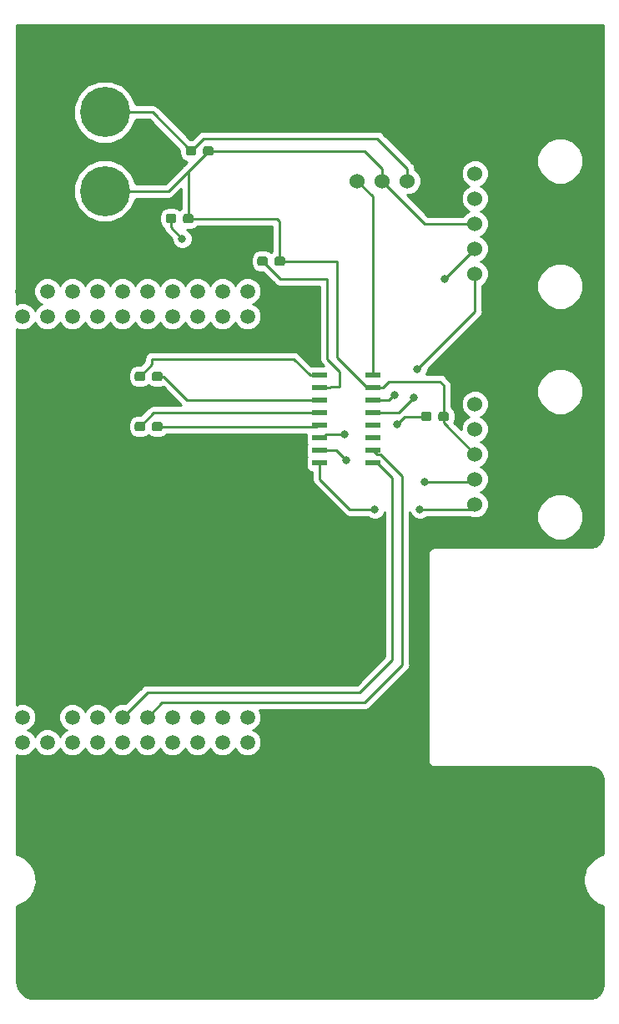
<source format=gbr>
G04 #@! TF.GenerationSoftware,KiCad,Pcbnew,(5.0.0)*
G04 #@! TF.CreationDate,2018-09-29T16:12:42-05:00*
G04 #@! TF.ProjectId,2018Training,32303138547261696E696E672E6B6963,rev?*
G04 #@! TF.SameCoordinates,Original*
G04 #@! TF.FileFunction,Copper,L1,Top,Signal*
G04 #@! TF.FilePolarity,Positive*
%FSLAX46Y46*%
G04 Gerber Fmt 4.6, Leading zero omitted, Abs format (unit mm)*
G04 Created by KiCad (PCBNEW (5.0.0)) date 09/29/18 16:12:42*
%MOMM*%
%LPD*%
G01*
G04 APERTURE LIST*
G04 #@! TA.AperFunction,SMDPad,CuDef*
%ADD10R,1.500000X0.600000*%
G04 #@! TD*
G04 #@! TA.AperFunction,ComponentPad*
%ADD11C,1.524000*%
G04 #@! TD*
G04 #@! TA.AperFunction,Conductor*
%ADD12C,0.100000*%
G04 #@! TD*
G04 #@! TA.AperFunction,SMDPad,CuDef*
%ADD13C,0.950000*%
G04 #@! TD*
G04 #@! TA.AperFunction,ComponentPad*
%ADD14C,5.080000*%
G04 #@! TD*
G04 #@! TA.AperFunction,ComponentPad*
%ADD15C,1.520000*%
G04 #@! TD*
G04 #@! TA.AperFunction,ViaPad*
%ADD16C,0.800000*%
G04 #@! TD*
G04 #@! TA.AperFunction,Conductor*
%ADD17C,0.254000*%
G04 #@! TD*
G04 #@! TA.AperFunction,Conductor*
%ADD18C,0.250000*%
G04 #@! TD*
G04 APERTURE END LIST*
D10*
G04 #@! TO.P,U3,1*
G04 #@! TO.N,Net-(C5-Pad1)*
X154940000Y-78105000D03*
G04 #@! TO.P,U3,2*
G04 #@! TO.N,Net-(C3-Pad2)*
X154940000Y-79375000D03*
G04 #@! TO.P,U3,3*
G04 #@! TO.N,Net-(C5-Pad2)*
X154940000Y-80645000D03*
G04 #@! TO.P,U3,4*
G04 #@! TO.N,Net-(C6-Pad1)*
X154940000Y-81915000D03*
G04 #@! TO.P,U3,5*
G04 #@! TO.N,Net-(C6-Pad2)*
X154940000Y-83185000D03*
G04 #@! TO.P,U3,6*
G04 #@! TO.N,Net-(C4-Pad2)*
X154940000Y-84455000D03*
G04 #@! TO.P,U3,7*
G04 #@! TO.N,Net-(Conn3-Pad4)*
X154940000Y-85725000D03*
G04 #@! TO.P,U3,8*
G04 #@! TO.N,Net-(Conn3-Pad5)*
X154940000Y-86995000D03*
G04 #@! TO.P,U3,9*
G04 #@! TO.N,/Serial4*
X160340000Y-86995000D03*
G04 #@! TO.P,U3,10*
G04 #@! TO.N,Net-(U1-PadPK1)*
X160340000Y-85725000D03*
G04 #@! TO.P,U3,11*
G04 #@! TO.N,Net-(U1-PadPC5)*
X160340000Y-84455000D03*
G04 #@! TO.P,U3,12*
G04 #@! TO.N,/Serial6*
X160340000Y-83185000D03*
G04 #@! TO.P,U3,13*
G04 #@! TO.N,Net-(Conn2-Pad4)*
X160340000Y-81915000D03*
G04 #@! TO.P,U3,14*
G04 #@! TO.N,Net-(Conn2-Pad5)*
X160340000Y-80645000D03*
G04 #@! TO.P,U3,15*
G04 #@! TO.N,Net-(C1-Pad2)*
X160340000Y-79375000D03*
G04 #@! TO.P,U3,16*
G04 #@! TO.N,Net-(C2-Pad1)*
X160340000Y-78105000D03*
G04 #@! TD*
D11*
G04 #@! TO.P,Conn3,5*
G04 #@! TO.N,Net-(Conn3-Pad5)*
X170688000Y-91186000D03*
G04 #@! TO.P,Conn3,4*
G04 #@! TO.N,Net-(Conn3-Pad4)*
X170688000Y-88646000D03*
G04 #@! TO.P,Conn3,3*
G04 #@! TO.N,Net-(C1-Pad2)*
X170688000Y-86106000D03*
G04 #@! TO.P,Conn3,2*
G04 #@! TO.N,Net-(Conn3-Pad2)*
X170688000Y-83566000D03*
G04 #@! TO.P,Conn3,1*
G04 #@! TO.N,Net-(Conn3-Pad1)*
X170688000Y-81026000D03*
G04 #@! TD*
D12*
G04 #@! TO.N,Net-(C5-Pad1)*
G04 #@! TO.C,C5*
G36*
X136990779Y-77758144D02*
X137013834Y-77761563D01*
X137036443Y-77767227D01*
X137058387Y-77775079D01*
X137079457Y-77785044D01*
X137099448Y-77797026D01*
X137118168Y-77810910D01*
X137135438Y-77826562D01*
X137151090Y-77843832D01*
X137164974Y-77862552D01*
X137176956Y-77882543D01*
X137186921Y-77903613D01*
X137194773Y-77925557D01*
X137200437Y-77948166D01*
X137203856Y-77971221D01*
X137205000Y-77994500D01*
X137205000Y-78469500D01*
X137203856Y-78492779D01*
X137200437Y-78515834D01*
X137194773Y-78538443D01*
X137186921Y-78560387D01*
X137176956Y-78581457D01*
X137164974Y-78601448D01*
X137151090Y-78620168D01*
X137135438Y-78637438D01*
X137118168Y-78653090D01*
X137099448Y-78666974D01*
X137079457Y-78678956D01*
X137058387Y-78688921D01*
X137036443Y-78696773D01*
X137013834Y-78702437D01*
X136990779Y-78705856D01*
X136967500Y-78707000D01*
X136392500Y-78707000D01*
X136369221Y-78705856D01*
X136346166Y-78702437D01*
X136323557Y-78696773D01*
X136301613Y-78688921D01*
X136280543Y-78678956D01*
X136260552Y-78666974D01*
X136241832Y-78653090D01*
X136224562Y-78637438D01*
X136208910Y-78620168D01*
X136195026Y-78601448D01*
X136183044Y-78581457D01*
X136173079Y-78560387D01*
X136165227Y-78538443D01*
X136159563Y-78515834D01*
X136156144Y-78492779D01*
X136155000Y-78469500D01*
X136155000Y-77994500D01*
X136156144Y-77971221D01*
X136159563Y-77948166D01*
X136165227Y-77925557D01*
X136173079Y-77903613D01*
X136183044Y-77882543D01*
X136195026Y-77862552D01*
X136208910Y-77843832D01*
X136224562Y-77826562D01*
X136241832Y-77810910D01*
X136260552Y-77797026D01*
X136280543Y-77785044D01*
X136301613Y-77775079D01*
X136323557Y-77767227D01*
X136346166Y-77761563D01*
X136369221Y-77758144D01*
X136392500Y-77757000D01*
X136967500Y-77757000D01*
X136990779Y-77758144D01*
X136990779Y-77758144D01*
G37*
D13*
G04 #@! TD*
G04 #@! TO.P,C5,1*
G04 #@! TO.N,Net-(C5-Pad1)*
X136680000Y-78232000D03*
D12*
G04 #@! TO.N,Net-(C5-Pad2)*
G04 #@! TO.C,C5*
G36*
X138740779Y-77758144D02*
X138763834Y-77761563D01*
X138786443Y-77767227D01*
X138808387Y-77775079D01*
X138829457Y-77785044D01*
X138849448Y-77797026D01*
X138868168Y-77810910D01*
X138885438Y-77826562D01*
X138901090Y-77843832D01*
X138914974Y-77862552D01*
X138926956Y-77882543D01*
X138936921Y-77903613D01*
X138944773Y-77925557D01*
X138950437Y-77948166D01*
X138953856Y-77971221D01*
X138955000Y-77994500D01*
X138955000Y-78469500D01*
X138953856Y-78492779D01*
X138950437Y-78515834D01*
X138944773Y-78538443D01*
X138936921Y-78560387D01*
X138926956Y-78581457D01*
X138914974Y-78601448D01*
X138901090Y-78620168D01*
X138885438Y-78637438D01*
X138868168Y-78653090D01*
X138849448Y-78666974D01*
X138829457Y-78678956D01*
X138808387Y-78688921D01*
X138786443Y-78696773D01*
X138763834Y-78702437D01*
X138740779Y-78705856D01*
X138717500Y-78707000D01*
X138142500Y-78707000D01*
X138119221Y-78705856D01*
X138096166Y-78702437D01*
X138073557Y-78696773D01*
X138051613Y-78688921D01*
X138030543Y-78678956D01*
X138010552Y-78666974D01*
X137991832Y-78653090D01*
X137974562Y-78637438D01*
X137958910Y-78620168D01*
X137945026Y-78601448D01*
X137933044Y-78581457D01*
X137923079Y-78560387D01*
X137915227Y-78538443D01*
X137909563Y-78515834D01*
X137906144Y-78492779D01*
X137905000Y-78469500D01*
X137905000Y-77994500D01*
X137906144Y-77971221D01*
X137909563Y-77948166D01*
X137915227Y-77925557D01*
X137923079Y-77903613D01*
X137933044Y-77882543D01*
X137945026Y-77862552D01*
X137958910Y-77843832D01*
X137974562Y-77826562D01*
X137991832Y-77810910D01*
X138010552Y-77797026D01*
X138030543Y-77785044D01*
X138051613Y-77775079D01*
X138073557Y-77767227D01*
X138096166Y-77761563D01*
X138119221Y-77758144D01*
X138142500Y-77757000D01*
X138717500Y-77757000D01*
X138740779Y-77758144D01*
X138740779Y-77758144D01*
G37*
D13*
G04 #@! TD*
G04 #@! TO.P,C5,2*
G04 #@! TO.N,Net-(C5-Pad2)*
X138430000Y-78232000D03*
D11*
G04 #@! TO.P,Conn2,1*
G04 #@! TO.N,Net-(Conn2-Pad1)*
X170688000Y-57658000D03*
G04 #@! TO.P,Conn2,2*
G04 #@! TO.N,Net-(Conn2-Pad2)*
X170688000Y-60198000D03*
G04 #@! TO.P,Conn2,3*
G04 #@! TO.N,Net-(C1-Pad2)*
X170688000Y-62738000D03*
G04 #@! TO.P,Conn2,4*
G04 #@! TO.N,Net-(Conn2-Pad4)*
X170688000Y-65278000D03*
G04 #@! TO.P,Conn2,5*
G04 #@! TO.N,Net-(Conn2-Pad5)*
X170688000Y-67818000D03*
G04 #@! TD*
D14*
G04 #@! TO.P,Conn1,1*
G04 #@! TO.N,Net-(C1-Pad2)*
X133121400Y-59437000D03*
G04 #@! TO.P,Conn1,2*
G04 #@! TO.N,Net-(C1-Pad1)*
X133121400Y-51436000D03*
G04 #@! TD*
D15*
G04 #@! TO.P,U1,+3V3*
G04 #@! TO.N,Net-(U1-Pad+3V3)*
X124739001Y-115315001D03*
G04 #@! TO.P,U1,PM6*
G04 #@! TO.N,N/C*
X147599001Y-69595001D03*
G04 #@! TO.P,U1,PQ1*
X145059001Y-69595001D03*
G04 #@! TO.P,U1,PQ2*
X137439001Y-69595001D03*
G04 #@! TO.P,U1,PK0*
G04 #@! TO.N,/Serial4*
X134899001Y-112775001D03*
G04 #@! TO.P,U1,PQ3*
G04 #@! TO.N,N/C*
X139979001Y-69595001D03*
G04 #@! TO.P,U1,PP3*
X142519001Y-69595001D03*
G04 #@! TO.P,U1,PQ0*
X139979001Y-115315001D03*
G04 #@! TO.P,U1,PA4*
G04 #@! TO.N,Net-(U1-PadPA4)*
X145059001Y-112775001D03*
G04 #@! TO.P,U1,Rese*
G04 #@! TO.N,N/C*
X134899001Y-69595001D03*
G04 #@! TO.P,U1,PA7*
X132359001Y-69595001D03*
G04 #@! TO.P,U1,PN5*
X145059001Y-115315001D03*
G04 #@! TO.P,U1,PK2*
G04 #@! TO.N,Net-(U1-PadPK2)*
X139979001Y-112775001D03*
G04 #@! TO.P,U1,PK1*
G04 #@! TO.N,Net-(U1-PadPK1)*
X137439001Y-112775001D03*
G04 #@! TO.P,U1,+5V*
G04 #@! TO.N,Net-(C2-Pad1)*
X124739001Y-112775001D03*
G04 #@! TO.P,U1,GND*
G04 #@! TO.N,Net-(U1-PadGND)*
X127279001Y-112775001D03*
G04 #@! TO.P,U1,PB4*
G04 #@! TO.N,Net-(U1-PadPB4)*
X129819001Y-112775001D03*
G04 #@! TO.P,U1,PB5*
G04 #@! TO.N,Net-(U1-PadPB5)*
X132359001Y-112775001D03*
G04 #@! TO.P,U1,PK3*
G04 #@! TO.N,Net-(U1-PadPK3)*
X142519001Y-112775001D03*
G04 #@! TO.P,U1,PA5*
G04 #@! TO.N,Net-(U1-PadPA5)*
X147599001Y-112775001D03*
G04 #@! TO.P,U1,PD2*
G04 #@! TO.N,N/C*
X127279001Y-115315001D03*
G04 #@! TO.P,U1,PP0*
X129819001Y-115315001D03*
G04 #@! TO.P,U1,PP1*
X132359001Y-115315001D03*
G04 #@! TO.P,U1,PD4*
X134899001Y-115315001D03*
G04 #@! TO.P,U1,PD5*
X137439001Y-115315001D03*
G04 #@! TO.P,U1,PP4*
X142519001Y-115315001D03*
G04 #@! TO.P,U1,PN4*
X147599001Y-115315001D03*
G04 #@! TO.P,U1,PG1*
X124739001Y-72135001D03*
G04 #@! TO.P,U1,PK4*
X127279001Y-72135001D03*
G04 #@! TO.P,U1,PK5*
X129819001Y-72135001D03*
G04 #@! TO.P,U1,PM0*
X132359001Y-72135001D03*
G04 #@! TO.P,U1,PM1*
X134899001Y-72135001D03*
G04 #@! TO.P,U1,PM2*
X137439001Y-72135001D03*
G04 #@! TO.P,U1,PH0*
X139979001Y-72135001D03*
G04 #@! TO.P,U1,PH1*
X142519001Y-72135001D03*
G04 #@! TO.P,U1,PK6*
X145059001Y-72135001D03*
G04 #@! TO.P,U1,PK7*
X147599001Y-72135001D03*
G04 #@! TO.P,U1,GND*
G04 #@! TO.N,Net-(U1-PadGND)*
X124739001Y-69595001D03*
G04 #@! TO.P,U1,PM7*
G04 #@! TO.N,N/C*
X127279001Y-69595001D03*
G04 #@! TO.P,U1,PP5*
X129819001Y-69595001D03*
G04 #@! TD*
D11*
G04 #@! TO.P,U2,1*
G04 #@! TO.N,Net-(C1-Pad1)*
X163830000Y-58420000D03*
G04 #@! TO.P,U2,2*
G04 #@! TO.N,Net-(C1-Pad2)*
X161290000Y-58420000D03*
G04 #@! TO.P,U2,3*
G04 #@! TO.N,Net-(C2-Pad1)*
X158750000Y-58420000D03*
G04 #@! TD*
D12*
G04 #@! TO.N,Net-(C1-Pad1)*
G04 #@! TO.C,C1*
G36*
X142183779Y-54898144D02*
X142206834Y-54901563D01*
X142229443Y-54907227D01*
X142251387Y-54915079D01*
X142272457Y-54925044D01*
X142292448Y-54937026D01*
X142311168Y-54950910D01*
X142328438Y-54966562D01*
X142344090Y-54983832D01*
X142357974Y-55002552D01*
X142369956Y-55022543D01*
X142379921Y-55043613D01*
X142387773Y-55065557D01*
X142393437Y-55088166D01*
X142396856Y-55111221D01*
X142398000Y-55134500D01*
X142398000Y-55609500D01*
X142396856Y-55632779D01*
X142393437Y-55655834D01*
X142387773Y-55678443D01*
X142379921Y-55700387D01*
X142369956Y-55721457D01*
X142357974Y-55741448D01*
X142344090Y-55760168D01*
X142328438Y-55777438D01*
X142311168Y-55793090D01*
X142292448Y-55806974D01*
X142272457Y-55818956D01*
X142251387Y-55828921D01*
X142229443Y-55836773D01*
X142206834Y-55842437D01*
X142183779Y-55845856D01*
X142160500Y-55847000D01*
X141585500Y-55847000D01*
X141562221Y-55845856D01*
X141539166Y-55842437D01*
X141516557Y-55836773D01*
X141494613Y-55828921D01*
X141473543Y-55818956D01*
X141453552Y-55806974D01*
X141434832Y-55793090D01*
X141417562Y-55777438D01*
X141401910Y-55760168D01*
X141388026Y-55741448D01*
X141376044Y-55721457D01*
X141366079Y-55700387D01*
X141358227Y-55678443D01*
X141352563Y-55655834D01*
X141349144Y-55632779D01*
X141348000Y-55609500D01*
X141348000Y-55134500D01*
X141349144Y-55111221D01*
X141352563Y-55088166D01*
X141358227Y-55065557D01*
X141366079Y-55043613D01*
X141376044Y-55022543D01*
X141388026Y-55002552D01*
X141401910Y-54983832D01*
X141417562Y-54966562D01*
X141434832Y-54950910D01*
X141453552Y-54937026D01*
X141473543Y-54925044D01*
X141494613Y-54915079D01*
X141516557Y-54907227D01*
X141539166Y-54901563D01*
X141562221Y-54898144D01*
X141585500Y-54897000D01*
X142160500Y-54897000D01*
X142183779Y-54898144D01*
X142183779Y-54898144D01*
G37*
D13*
G04 #@! TD*
G04 #@! TO.P,C1,1*
G04 #@! TO.N,Net-(C1-Pad1)*
X141873000Y-55372000D03*
D12*
G04 #@! TO.N,Net-(C1-Pad2)*
G04 #@! TO.C,C1*
G36*
X143933779Y-54898144D02*
X143956834Y-54901563D01*
X143979443Y-54907227D01*
X144001387Y-54915079D01*
X144022457Y-54925044D01*
X144042448Y-54937026D01*
X144061168Y-54950910D01*
X144078438Y-54966562D01*
X144094090Y-54983832D01*
X144107974Y-55002552D01*
X144119956Y-55022543D01*
X144129921Y-55043613D01*
X144137773Y-55065557D01*
X144143437Y-55088166D01*
X144146856Y-55111221D01*
X144148000Y-55134500D01*
X144148000Y-55609500D01*
X144146856Y-55632779D01*
X144143437Y-55655834D01*
X144137773Y-55678443D01*
X144129921Y-55700387D01*
X144119956Y-55721457D01*
X144107974Y-55741448D01*
X144094090Y-55760168D01*
X144078438Y-55777438D01*
X144061168Y-55793090D01*
X144042448Y-55806974D01*
X144022457Y-55818956D01*
X144001387Y-55828921D01*
X143979443Y-55836773D01*
X143956834Y-55842437D01*
X143933779Y-55845856D01*
X143910500Y-55847000D01*
X143335500Y-55847000D01*
X143312221Y-55845856D01*
X143289166Y-55842437D01*
X143266557Y-55836773D01*
X143244613Y-55828921D01*
X143223543Y-55818956D01*
X143203552Y-55806974D01*
X143184832Y-55793090D01*
X143167562Y-55777438D01*
X143151910Y-55760168D01*
X143138026Y-55741448D01*
X143126044Y-55721457D01*
X143116079Y-55700387D01*
X143108227Y-55678443D01*
X143102563Y-55655834D01*
X143099144Y-55632779D01*
X143098000Y-55609500D01*
X143098000Y-55134500D01*
X143099144Y-55111221D01*
X143102563Y-55088166D01*
X143108227Y-55065557D01*
X143116079Y-55043613D01*
X143126044Y-55022543D01*
X143138026Y-55002552D01*
X143151910Y-54983832D01*
X143167562Y-54966562D01*
X143184832Y-54950910D01*
X143203552Y-54937026D01*
X143223543Y-54925044D01*
X143244613Y-54915079D01*
X143266557Y-54907227D01*
X143289166Y-54901563D01*
X143312221Y-54898144D01*
X143335500Y-54897000D01*
X143910500Y-54897000D01*
X143933779Y-54898144D01*
X143933779Y-54898144D01*
G37*
D13*
G04 #@! TD*
G04 #@! TO.P,C1,2*
G04 #@! TO.N,Net-(C1-Pad2)*
X143623000Y-55372000D03*
D12*
G04 #@! TO.N,Net-(C1-Pad2)*
G04 #@! TO.C,C2*
G36*
X141901779Y-61756144D02*
X141924834Y-61759563D01*
X141947443Y-61765227D01*
X141969387Y-61773079D01*
X141990457Y-61783044D01*
X142010448Y-61795026D01*
X142029168Y-61808910D01*
X142046438Y-61824562D01*
X142062090Y-61841832D01*
X142075974Y-61860552D01*
X142087956Y-61880543D01*
X142097921Y-61901613D01*
X142105773Y-61923557D01*
X142111437Y-61946166D01*
X142114856Y-61969221D01*
X142116000Y-61992500D01*
X142116000Y-62467500D01*
X142114856Y-62490779D01*
X142111437Y-62513834D01*
X142105773Y-62536443D01*
X142097921Y-62558387D01*
X142087956Y-62579457D01*
X142075974Y-62599448D01*
X142062090Y-62618168D01*
X142046438Y-62635438D01*
X142029168Y-62651090D01*
X142010448Y-62664974D01*
X141990457Y-62676956D01*
X141969387Y-62686921D01*
X141947443Y-62694773D01*
X141924834Y-62700437D01*
X141901779Y-62703856D01*
X141878500Y-62705000D01*
X141303500Y-62705000D01*
X141280221Y-62703856D01*
X141257166Y-62700437D01*
X141234557Y-62694773D01*
X141212613Y-62686921D01*
X141191543Y-62676956D01*
X141171552Y-62664974D01*
X141152832Y-62651090D01*
X141135562Y-62635438D01*
X141119910Y-62618168D01*
X141106026Y-62599448D01*
X141094044Y-62579457D01*
X141084079Y-62558387D01*
X141076227Y-62536443D01*
X141070563Y-62513834D01*
X141067144Y-62490779D01*
X141066000Y-62467500D01*
X141066000Y-61992500D01*
X141067144Y-61969221D01*
X141070563Y-61946166D01*
X141076227Y-61923557D01*
X141084079Y-61901613D01*
X141094044Y-61880543D01*
X141106026Y-61860552D01*
X141119910Y-61841832D01*
X141135562Y-61824562D01*
X141152832Y-61808910D01*
X141171552Y-61795026D01*
X141191543Y-61783044D01*
X141212613Y-61773079D01*
X141234557Y-61765227D01*
X141257166Y-61759563D01*
X141280221Y-61756144D01*
X141303500Y-61755000D01*
X141878500Y-61755000D01*
X141901779Y-61756144D01*
X141901779Y-61756144D01*
G37*
D13*
G04 #@! TD*
G04 #@! TO.P,C2,2*
G04 #@! TO.N,Net-(C1-Pad2)*
X141591000Y-62230000D03*
D12*
G04 #@! TO.N,Net-(C2-Pad1)*
G04 #@! TO.C,C2*
G36*
X140151779Y-61756144D02*
X140174834Y-61759563D01*
X140197443Y-61765227D01*
X140219387Y-61773079D01*
X140240457Y-61783044D01*
X140260448Y-61795026D01*
X140279168Y-61808910D01*
X140296438Y-61824562D01*
X140312090Y-61841832D01*
X140325974Y-61860552D01*
X140337956Y-61880543D01*
X140347921Y-61901613D01*
X140355773Y-61923557D01*
X140361437Y-61946166D01*
X140364856Y-61969221D01*
X140366000Y-61992500D01*
X140366000Y-62467500D01*
X140364856Y-62490779D01*
X140361437Y-62513834D01*
X140355773Y-62536443D01*
X140347921Y-62558387D01*
X140337956Y-62579457D01*
X140325974Y-62599448D01*
X140312090Y-62618168D01*
X140296438Y-62635438D01*
X140279168Y-62651090D01*
X140260448Y-62664974D01*
X140240457Y-62676956D01*
X140219387Y-62686921D01*
X140197443Y-62694773D01*
X140174834Y-62700437D01*
X140151779Y-62703856D01*
X140128500Y-62705000D01*
X139553500Y-62705000D01*
X139530221Y-62703856D01*
X139507166Y-62700437D01*
X139484557Y-62694773D01*
X139462613Y-62686921D01*
X139441543Y-62676956D01*
X139421552Y-62664974D01*
X139402832Y-62651090D01*
X139385562Y-62635438D01*
X139369910Y-62618168D01*
X139356026Y-62599448D01*
X139344044Y-62579457D01*
X139334079Y-62558387D01*
X139326227Y-62536443D01*
X139320563Y-62513834D01*
X139317144Y-62490779D01*
X139316000Y-62467500D01*
X139316000Y-61992500D01*
X139317144Y-61969221D01*
X139320563Y-61946166D01*
X139326227Y-61923557D01*
X139334079Y-61901613D01*
X139344044Y-61880543D01*
X139356026Y-61860552D01*
X139369910Y-61841832D01*
X139385562Y-61824562D01*
X139402832Y-61808910D01*
X139421552Y-61795026D01*
X139441543Y-61783044D01*
X139462613Y-61773079D01*
X139484557Y-61765227D01*
X139507166Y-61759563D01*
X139530221Y-61756144D01*
X139553500Y-61755000D01*
X140128500Y-61755000D01*
X140151779Y-61756144D01*
X140151779Y-61756144D01*
G37*
D13*
G04 #@! TD*
G04 #@! TO.P,C2,1*
G04 #@! TO.N,Net-(C2-Pad1)*
X139841000Y-62230000D03*
D12*
G04 #@! TO.N,Net-(C3-Pad2)*
G04 #@! TO.C,C3*
G36*
X149436779Y-66074144D02*
X149459834Y-66077563D01*
X149482443Y-66083227D01*
X149504387Y-66091079D01*
X149525457Y-66101044D01*
X149545448Y-66113026D01*
X149564168Y-66126910D01*
X149581438Y-66142562D01*
X149597090Y-66159832D01*
X149610974Y-66178552D01*
X149622956Y-66198543D01*
X149632921Y-66219613D01*
X149640773Y-66241557D01*
X149646437Y-66264166D01*
X149649856Y-66287221D01*
X149651000Y-66310500D01*
X149651000Y-66785500D01*
X149649856Y-66808779D01*
X149646437Y-66831834D01*
X149640773Y-66854443D01*
X149632921Y-66876387D01*
X149622956Y-66897457D01*
X149610974Y-66917448D01*
X149597090Y-66936168D01*
X149581438Y-66953438D01*
X149564168Y-66969090D01*
X149545448Y-66982974D01*
X149525457Y-66994956D01*
X149504387Y-67004921D01*
X149482443Y-67012773D01*
X149459834Y-67018437D01*
X149436779Y-67021856D01*
X149413500Y-67023000D01*
X148838500Y-67023000D01*
X148815221Y-67021856D01*
X148792166Y-67018437D01*
X148769557Y-67012773D01*
X148747613Y-67004921D01*
X148726543Y-66994956D01*
X148706552Y-66982974D01*
X148687832Y-66969090D01*
X148670562Y-66953438D01*
X148654910Y-66936168D01*
X148641026Y-66917448D01*
X148629044Y-66897457D01*
X148619079Y-66876387D01*
X148611227Y-66854443D01*
X148605563Y-66831834D01*
X148602144Y-66808779D01*
X148601000Y-66785500D01*
X148601000Y-66310500D01*
X148602144Y-66287221D01*
X148605563Y-66264166D01*
X148611227Y-66241557D01*
X148619079Y-66219613D01*
X148629044Y-66198543D01*
X148641026Y-66178552D01*
X148654910Y-66159832D01*
X148670562Y-66142562D01*
X148687832Y-66126910D01*
X148706552Y-66113026D01*
X148726543Y-66101044D01*
X148747613Y-66091079D01*
X148769557Y-66083227D01*
X148792166Y-66077563D01*
X148815221Y-66074144D01*
X148838500Y-66073000D01*
X149413500Y-66073000D01*
X149436779Y-66074144D01*
X149436779Y-66074144D01*
G37*
D13*
G04 #@! TD*
G04 #@! TO.P,C3,2*
G04 #@! TO.N,Net-(C3-Pad2)*
X149126000Y-66548000D03*
D12*
G04 #@! TO.N,Net-(C1-Pad2)*
G04 #@! TO.C,C3*
G36*
X151186779Y-66074144D02*
X151209834Y-66077563D01*
X151232443Y-66083227D01*
X151254387Y-66091079D01*
X151275457Y-66101044D01*
X151295448Y-66113026D01*
X151314168Y-66126910D01*
X151331438Y-66142562D01*
X151347090Y-66159832D01*
X151360974Y-66178552D01*
X151372956Y-66198543D01*
X151382921Y-66219613D01*
X151390773Y-66241557D01*
X151396437Y-66264166D01*
X151399856Y-66287221D01*
X151401000Y-66310500D01*
X151401000Y-66785500D01*
X151399856Y-66808779D01*
X151396437Y-66831834D01*
X151390773Y-66854443D01*
X151382921Y-66876387D01*
X151372956Y-66897457D01*
X151360974Y-66917448D01*
X151347090Y-66936168D01*
X151331438Y-66953438D01*
X151314168Y-66969090D01*
X151295448Y-66982974D01*
X151275457Y-66994956D01*
X151254387Y-67004921D01*
X151232443Y-67012773D01*
X151209834Y-67018437D01*
X151186779Y-67021856D01*
X151163500Y-67023000D01*
X150588500Y-67023000D01*
X150565221Y-67021856D01*
X150542166Y-67018437D01*
X150519557Y-67012773D01*
X150497613Y-67004921D01*
X150476543Y-66994956D01*
X150456552Y-66982974D01*
X150437832Y-66969090D01*
X150420562Y-66953438D01*
X150404910Y-66936168D01*
X150391026Y-66917448D01*
X150379044Y-66897457D01*
X150369079Y-66876387D01*
X150361227Y-66854443D01*
X150355563Y-66831834D01*
X150352144Y-66808779D01*
X150351000Y-66785500D01*
X150351000Y-66310500D01*
X150352144Y-66287221D01*
X150355563Y-66264166D01*
X150361227Y-66241557D01*
X150369079Y-66219613D01*
X150379044Y-66198543D01*
X150391026Y-66178552D01*
X150404910Y-66159832D01*
X150420562Y-66142562D01*
X150437832Y-66126910D01*
X150456552Y-66113026D01*
X150476543Y-66101044D01*
X150497613Y-66091079D01*
X150519557Y-66083227D01*
X150542166Y-66077563D01*
X150565221Y-66074144D01*
X150588500Y-66073000D01*
X151163500Y-66073000D01*
X151186779Y-66074144D01*
X151186779Y-66074144D01*
G37*
D13*
G04 #@! TD*
G04 #@! TO.P,C3,1*
G04 #@! TO.N,Net-(C1-Pad2)*
X150876000Y-66548000D03*
D12*
G04 #@! TO.N,Net-(C1-Pad2)*
G04 #@! TO.C,C4*
G36*
X167809779Y-81822144D02*
X167832834Y-81825563D01*
X167855443Y-81831227D01*
X167877387Y-81839079D01*
X167898457Y-81849044D01*
X167918448Y-81861026D01*
X167937168Y-81874910D01*
X167954438Y-81890562D01*
X167970090Y-81907832D01*
X167983974Y-81926552D01*
X167995956Y-81946543D01*
X168005921Y-81967613D01*
X168013773Y-81989557D01*
X168019437Y-82012166D01*
X168022856Y-82035221D01*
X168024000Y-82058500D01*
X168024000Y-82533500D01*
X168022856Y-82556779D01*
X168019437Y-82579834D01*
X168013773Y-82602443D01*
X168005921Y-82624387D01*
X167995956Y-82645457D01*
X167983974Y-82665448D01*
X167970090Y-82684168D01*
X167954438Y-82701438D01*
X167937168Y-82717090D01*
X167918448Y-82730974D01*
X167898457Y-82742956D01*
X167877387Y-82752921D01*
X167855443Y-82760773D01*
X167832834Y-82766437D01*
X167809779Y-82769856D01*
X167786500Y-82771000D01*
X167211500Y-82771000D01*
X167188221Y-82769856D01*
X167165166Y-82766437D01*
X167142557Y-82760773D01*
X167120613Y-82752921D01*
X167099543Y-82742956D01*
X167079552Y-82730974D01*
X167060832Y-82717090D01*
X167043562Y-82701438D01*
X167027910Y-82684168D01*
X167014026Y-82665448D01*
X167002044Y-82645457D01*
X166992079Y-82624387D01*
X166984227Y-82602443D01*
X166978563Y-82579834D01*
X166975144Y-82556779D01*
X166974000Y-82533500D01*
X166974000Y-82058500D01*
X166975144Y-82035221D01*
X166978563Y-82012166D01*
X166984227Y-81989557D01*
X166992079Y-81967613D01*
X167002044Y-81946543D01*
X167014026Y-81926552D01*
X167027910Y-81907832D01*
X167043562Y-81890562D01*
X167060832Y-81874910D01*
X167079552Y-81861026D01*
X167099543Y-81849044D01*
X167120613Y-81839079D01*
X167142557Y-81831227D01*
X167165166Y-81825563D01*
X167188221Y-81822144D01*
X167211500Y-81821000D01*
X167786500Y-81821000D01*
X167809779Y-81822144D01*
X167809779Y-81822144D01*
G37*
D13*
G04 #@! TD*
G04 #@! TO.P,C4,1*
G04 #@! TO.N,Net-(C1-Pad2)*
X167499000Y-82296000D03*
D12*
G04 #@! TO.N,Net-(C4-Pad2)*
G04 #@! TO.C,C4*
G36*
X166059779Y-81822144D02*
X166082834Y-81825563D01*
X166105443Y-81831227D01*
X166127387Y-81839079D01*
X166148457Y-81849044D01*
X166168448Y-81861026D01*
X166187168Y-81874910D01*
X166204438Y-81890562D01*
X166220090Y-81907832D01*
X166233974Y-81926552D01*
X166245956Y-81946543D01*
X166255921Y-81967613D01*
X166263773Y-81989557D01*
X166269437Y-82012166D01*
X166272856Y-82035221D01*
X166274000Y-82058500D01*
X166274000Y-82533500D01*
X166272856Y-82556779D01*
X166269437Y-82579834D01*
X166263773Y-82602443D01*
X166255921Y-82624387D01*
X166245956Y-82645457D01*
X166233974Y-82665448D01*
X166220090Y-82684168D01*
X166204438Y-82701438D01*
X166187168Y-82717090D01*
X166168448Y-82730974D01*
X166148457Y-82742956D01*
X166127387Y-82752921D01*
X166105443Y-82760773D01*
X166082834Y-82766437D01*
X166059779Y-82769856D01*
X166036500Y-82771000D01*
X165461500Y-82771000D01*
X165438221Y-82769856D01*
X165415166Y-82766437D01*
X165392557Y-82760773D01*
X165370613Y-82752921D01*
X165349543Y-82742956D01*
X165329552Y-82730974D01*
X165310832Y-82717090D01*
X165293562Y-82701438D01*
X165277910Y-82684168D01*
X165264026Y-82665448D01*
X165252044Y-82645457D01*
X165242079Y-82624387D01*
X165234227Y-82602443D01*
X165228563Y-82579834D01*
X165225144Y-82556779D01*
X165224000Y-82533500D01*
X165224000Y-82058500D01*
X165225144Y-82035221D01*
X165228563Y-82012166D01*
X165234227Y-81989557D01*
X165242079Y-81967613D01*
X165252044Y-81946543D01*
X165264026Y-81926552D01*
X165277910Y-81907832D01*
X165293562Y-81890562D01*
X165310832Y-81874910D01*
X165329552Y-81861026D01*
X165349543Y-81849044D01*
X165370613Y-81839079D01*
X165392557Y-81831227D01*
X165415166Y-81825563D01*
X165438221Y-81822144D01*
X165461500Y-81821000D01*
X166036500Y-81821000D01*
X166059779Y-81822144D01*
X166059779Y-81822144D01*
G37*
D13*
G04 #@! TD*
G04 #@! TO.P,C4,2*
G04 #@! TO.N,Net-(C4-Pad2)*
X165749000Y-82296000D03*
D12*
G04 #@! TO.N,Net-(C6-Pad2)*
G04 #@! TO.C,C6*
G36*
X138740779Y-82838144D02*
X138763834Y-82841563D01*
X138786443Y-82847227D01*
X138808387Y-82855079D01*
X138829457Y-82865044D01*
X138849448Y-82877026D01*
X138868168Y-82890910D01*
X138885438Y-82906562D01*
X138901090Y-82923832D01*
X138914974Y-82942552D01*
X138926956Y-82962543D01*
X138936921Y-82983613D01*
X138944773Y-83005557D01*
X138950437Y-83028166D01*
X138953856Y-83051221D01*
X138955000Y-83074500D01*
X138955000Y-83549500D01*
X138953856Y-83572779D01*
X138950437Y-83595834D01*
X138944773Y-83618443D01*
X138936921Y-83640387D01*
X138926956Y-83661457D01*
X138914974Y-83681448D01*
X138901090Y-83700168D01*
X138885438Y-83717438D01*
X138868168Y-83733090D01*
X138849448Y-83746974D01*
X138829457Y-83758956D01*
X138808387Y-83768921D01*
X138786443Y-83776773D01*
X138763834Y-83782437D01*
X138740779Y-83785856D01*
X138717500Y-83787000D01*
X138142500Y-83787000D01*
X138119221Y-83785856D01*
X138096166Y-83782437D01*
X138073557Y-83776773D01*
X138051613Y-83768921D01*
X138030543Y-83758956D01*
X138010552Y-83746974D01*
X137991832Y-83733090D01*
X137974562Y-83717438D01*
X137958910Y-83700168D01*
X137945026Y-83681448D01*
X137933044Y-83661457D01*
X137923079Y-83640387D01*
X137915227Y-83618443D01*
X137909563Y-83595834D01*
X137906144Y-83572779D01*
X137905000Y-83549500D01*
X137905000Y-83074500D01*
X137906144Y-83051221D01*
X137909563Y-83028166D01*
X137915227Y-83005557D01*
X137923079Y-82983613D01*
X137933044Y-82962543D01*
X137945026Y-82942552D01*
X137958910Y-82923832D01*
X137974562Y-82906562D01*
X137991832Y-82890910D01*
X138010552Y-82877026D01*
X138030543Y-82865044D01*
X138051613Y-82855079D01*
X138073557Y-82847227D01*
X138096166Y-82841563D01*
X138119221Y-82838144D01*
X138142500Y-82837000D01*
X138717500Y-82837000D01*
X138740779Y-82838144D01*
X138740779Y-82838144D01*
G37*
D13*
G04 #@! TD*
G04 #@! TO.P,C6,2*
G04 #@! TO.N,Net-(C6-Pad2)*
X138430000Y-83312000D03*
D12*
G04 #@! TO.N,Net-(C6-Pad1)*
G04 #@! TO.C,C6*
G36*
X136990779Y-82838144D02*
X137013834Y-82841563D01*
X137036443Y-82847227D01*
X137058387Y-82855079D01*
X137079457Y-82865044D01*
X137099448Y-82877026D01*
X137118168Y-82890910D01*
X137135438Y-82906562D01*
X137151090Y-82923832D01*
X137164974Y-82942552D01*
X137176956Y-82962543D01*
X137186921Y-82983613D01*
X137194773Y-83005557D01*
X137200437Y-83028166D01*
X137203856Y-83051221D01*
X137205000Y-83074500D01*
X137205000Y-83549500D01*
X137203856Y-83572779D01*
X137200437Y-83595834D01*
X137194773Y-83618443D01*
X137186921Y-83640387D01*
X137176956Y-83661457D01*
X137164974Y-83681448D01*
X137151090Y-83700168D01*
X137135438Y-83717438D01*
X137118168Y-83733090D01*
X137099448Y-83746974D01*
X137079457Y-83758956D01*
X137058387Y-83768921D01*
X137036443Y-83776773D01*
X137013834Y-83782437D01*
X136990779Y-83785856D01*
X136967500Y-83787000D01*
X136392500Y-83787000D01*
X136369221Y-83785856D01*
X136346166Y-83782437D01*
X136323557Y-83776773D01*
X136301613Y-83768921D01*
X136280543Y-83758956D01*
X136260552Y-83746974D01*
X136241832Y-83733090D01*
X136224562Y-83717438D01*
X136208910Y-83700168D01*
X136195026Y-83681448D01*
X136183044Y-83661457D01*
X136173079Y-83640387D01*
X136165227Y-83618443D01*
X136159563Y-83595834D01*
X136156144Y-83572779D01*
X136155000Y-83549500D01*
X136155000Y-83074500D01*
X136156144Y-83051221D01*
X136159563Y-83028166D01*
X136165227Y-83005557D01*
X136173079Y-82983613D01*
X136183044Y-82962543D01*
X136195026Y-82942552D01*
X136208910Y-82923832D01*
X136224562Y-82906562D01*
X136241832Y-82890910D01*
X136260552Y-82877026D01*
X136280543Y-82865044D01*
X136301613Y-82855079D01*
X136323557Y-82847227D01*
X136346166Y-82841563D01*
X136369221Y-82838144D01*
X136392500Y-82837000D01*
X136967500Y-82837000D01*
X136990779Y-82838144D01*
X136990779Y-82838144D01*
G37*
D13*
G04 #@! TD*
G04 #@! TO.P,C6,1*
G04 #@! TO.N,Net-(C6-Pad1)*
X136680000Y-83312000D03*
D16*
G04 #@! TO.N,Net-(Conn2-Pad4)*
X164516847Y-80339153D03*
X167640000Y-68326000D03*
G04 #@! TO.N,Net-(Conn2-Pad5)*
X162560000Y-80102000D03*
X164846000Y-77470000D03*
G04 #@! TO.N,Net-(Conn3-Pad5)*
X160528000Y-91694000D03*
X165100000Y-91694000D03*
G04 #@! TO.N,Net-(Conn3-Pad4)*
X157600933Y-86734933D03*
X165608000Y-88900000D03*
X170688000Y-88646000D03*
G04 #@! TO.N,Net-(C2-Pad1)*
X124739001Y-112775001D03*
X140970000Y-64262000D03*
G04 #@! TO.N,Net-(C4-Pad2)*
X157480000Y-84074000D03*
X162814000Y-83058000D03*
G04 #@! TD*
D17*
G04 #@! TO.N,Net-(C1-Pad2)*
X143623000Y-55372000D02*
X159512000Y-55372000D01*
X141591000Y-57404000D02*
X143623000Y-55372000D01*
X141591000Y-62230000D02*
X141591000Y-57404000D01*
X150876000Y-62484000D02*
X150876000Y-66548000D01*
X141591000Y-62230000D02*
X150622000Y-62230000D01*
X150622000Y-62230000D02*
X150876000Y-62484000D01*
D18*
X159730000Y-79375000D02*
X160180000Y-79375000D01*
D17*
X156660010Y-76305010D02*
X159730000Y-79375000D01*
X156660010Y-66605990D02*
X156660010Y-76305010D01*
X166878000Y-62738000D02*
X170688000Y-62738000D01*
X161290000Y-57150000D02*
X159512000Y-55372000D01*
D18*
X161290000Y-58420000D02*
X161290000Y-57150000D01*
D17*
X165608000Y-62738000D02*
X166878000Y-62738000D01*
X161290000Y-58420000D02*
X165608000Y-62738000D01*
X159890000Y-79375000D02*
X160340000Y-79375000D01*
G04 #@! TO.N,Net-(C1-Pad1)*
X137937000Y-51436000D02*
X141873000Y-55372000D01*
X133121400Y-51436000D02*
X137937000Y-51436000D01*
X143143000Y-54102000D02*
X141873000Y-55372000D01*
X160782000Y-54102000D02*
X143143000Y-54102000D01*
X163830000Y-58420000D02*
X163830000Y-57150000D01*
X163830000Y-57150000D02*
X160782000Y-54102000D01*
D18*
G04 #@! TO.N,Net-(Conn2-Pad4)*
X160180000Y-81915000D02*
X160630000Y-81915000D01*
D17*
X160340000Y-81915000D02*
X162941000Y-81915000D01*
X162941000Y-81915000D02*
X164516847Y-80339153D01*
X168039999Y-67926001D02*
X170688000Y-65278000D01*
X167640000Y-68326000D02*
X168039999Y-67926001D01*
D18*
G04 #@! TO.N,Net-(Conn2-Pad5)*
X160630000Y-80645000D02*
X160180000Y-80645000D01*
X170688000Y-67818000D02*
X170942000Y-67818000D01*
X160180000Y-80645000D02*
X161180000Y-80645000D01*
D17*
X161180000Y-80645000D02*
X161925000Y-80645000D01*
X161925000Y-80645000D02*
X162468000Y-80102000D01*
X162468000Y-80102000D02*
X162560000Y-80102000D01*
X170688000Y-71628000D02*
X170688000Y-67818000D01*
G04 #@! TO.N,Net-(Conn3-Pad5)*
X154940000Y-86995000D02*
X154940000Y-87549000D01*
X170434000Y-90932000D02*
X170688000Y-91186000D01*
X154940000Y-87549000D02*
X154940000Y-88646000D01*
X154940000Y-88646000D02*
X157988000Y-91694000D01*
X157988000Y-91694000D02*
X160528000Y-91694000D01*
X170180000Y-91694000D02*
X170688000Y-91186000D01*
X165100000Y-91694000D02*
X170180000Y-91694000D01*
D18*
G04 #@! TO.N,Net-(Conn3-Pad4)*
X155390000Y-85725000D02*
X154940000Y-85725000D01*
D17*
X157480264Y-86855602D02*
X157600933Y-86734933D01*
X165608000Y-88900000D02*
X170434000Y-88900000D01*
X170434000Y-88900000D02*
X170688000Y-88646000D01*
X156591000Y-85725000D02*
X157600933Y-86734933D01*
X154940000Y-85725000D02*
X156591000Y-85725000D01*
D18*
G04 #@! TO.N,/Serial4*
X134949999Y-112775001D02*
X134899001Y-112775001D01*
D17*
X160790000Y-86995000D02*
X162306000Y-88511000D01*
X160340000Y-86995000D02*
X160790000Y-86995000D01*
X162306000Y-88511000D02*
X162306000Y-106934000D01*
X162306000Y-106934000D02*
X159004000Y-110236000D01*
X137438002Y-110236000D02*
X134899001Y-112775001D01*
X159004000Y-110236000D02*
X137438002Y-110236000D01*
D18*
G04 #@! TO.N,Net-(U1-PadPK1)*
X160630000Y-85725000D02*
X160180000Y-85725000D01*
D17*
X160721000Y-86106000D02*
X160340000Y-85725000D01*
X138938000Y-111276002D02*
X159487998Y-111276002D01*
X137439001Y-112775001D02*
X138938000Y-111276002D01*
X159487998Y-111276002D02*
X163322000Y-107442000D01*
X163322000Y-107442000D02*
X163322000Y-88338398D01*
X163322000Y-88338398D02*
X161089602Y-86106000D01*
X161089602Y-86106000D02*
X160721000Y-86106000D01*
D18*
G04 #@! TO.N,Net-(C2-Pad1)*
X158800153Y-58470153D02*
X158750000Y-58420000D01*
D17*
G04 #@! TO.N,Net-(U1-PadGND)*
X125824002Y-86011998D02*
X125826002Y-86009998D01*
G04 #@! TO.N,Net-(C1-Pad2)*
X156602020Y-66548000D02*
X150876000Y-66548000D01*
X156660010Y-66605990D02*
X156602020Y-66548000D01*
X161344000Y-79375000D02*
X161979000Y-78740000D01*
X160340000Y-79375000D02*
X161344000Y-79375000D01*
X161979000Y-78740000D02*
X167132000Y-78740000D01*
X167499000Y-79107000D02*
X167499000Y-82296000D01*
X167132000Y-78740000D02*
X167499000Y-79107000D01*
X139558000Y-59437000D02*
X141591000Y-57404000D01*
X133121400Y-59437000D02*
X139558000Y-59437000D01*
X167499000Y-82917000D02*
X170688000Y-86106000D01*
X167499000Y-82296000D02*
X167499000Y-82917000D01*
G04 #@! TO.N,Net-(Conn2-Pad5)*
X170688000Y-71628000D02*
X164846000Y-77470000D01*
G04 #@! TO.N,Net-(C2-Pad1)*
X160340000Y-60010000D02*
X158750000Y-58420000D01*
X160340000Y-78105000D02*
X160340000Y-60010000D01*
X139841000Y-62230000D02*
X139841000Y-63133000D01*
X139841000Y-63133000D02*
X140970000Y-64262000D01*
G04 #@! TO.N,Net-(C5-Pad1)*
X153936000Y-78105000D02*
X152285000Y-76454000D01*
X154940000Y-78105000D02*
X153936000Y-78105000D01*
X152285000Y-76454000D02*
X137922000Y-76454000D01*
X137922000Y-76990000D02*
X136680000Y-78232000D01*
X137922000Y-76454000D02*
X137922000Y-76990000D01*
G04 #@! TO.N,Net-(C3-Pad2)*
X150904000Y-68326000D02*
X149126000Y-66548000D01*
X155702000Y-68326000D02*
X150904000Y-68326000D01*
X155944000Y-79375000D02*
X156071000Y-79248000D01*
X154940000Y-79375000D02*
X155944000Y-79375000D01*
X156071000Y-79248000D02*
X156972000Y-79248000D01*
X156972000Y-79248000D02*
X156972000Y-77724000D01*
X156972000Y-77724000D02*
X155702000Y-76454000D01*
X155702000Y-76454000D02*
X155702000Y-68326000D01*
D18*
G04 #@! TO.N,Net-(C5-Pad2)*
X154780000Y-80645000D02*
X154330000Y-80645000D01*
D17*
X153936000Y-80645000D02*
X154940000Y-80645000D01*
X141468000Y-80645000D02*
X153936000Y-80645000D01*
X139055000Y-78232000D02*
X141468000Y-80645000D01*
X138430000Y-78232000D02*
X139055000Y-78232000D01*
G04 #@! TO.N,Net-(C6-Pad1)*
X138077000Y-81915000D02*
X154780000Y-81915000D01*
X136680000Y-83312000D02*
X138077000Y-81915000D01*
D18*
G04 #@! TO.N,Net-(C6-Pad2)*
X154653000Y-83312000D02*
X154780000Y-83185000D01*
D17*
X138430000Y-83312000D02*
X154653000Y-83312000D01*
G04 #@! TO.N,Net-(C4-Pad2)*
X155230000Y-84455000D02*
X155611000Y-84074000D01*
D18*
X154780000Y-84455000D02*
X155230000Y-84455000D01*
D17*
X155611000Y-84074000D02*
X157480000Y-84074000D01*
X163576000Y-82296000D02*
X165749000Y-82296000D01*
X162814000Y-83058000D02*
X163576000Y-82296000D01*
G04 #@! TD*
G04 #@! TO.N,Net-(U1-PadGND)*
G36*
X183694000Y-94183419D02*
X183633910Y-94603009D01*
X183479619Y-94942352D01*
X183236288Y-95224752D01*
X182923479Y-95427506D01*
X182542815Y-95541348D01*
X182345649Y-95556000D01*
X166693926Y-95556000D01*
X166624000Y-95542091D01*
X166554075Y-95556000D01*
X166554074Y-95556000D01*
X166346972Y-95597195D01*
X166112119Y-95754119D01*
X165955195Y-95988972D01*
X165900091Y-96266000D01*
X165914001Y-96335931D01*
X165914000Y-117024074D01*
X165900091Y-117094000D01*
X165955195Y-117371028D01*
X166112119Y-117605881D01*
X166346972Y-117762805D01*
X166506571Y-117794551D01*
X166624000Y-117817909D01*
X166693925Y-117804000D01*
X182321419Y-117804000D01*
X182741009Y-117864090D01*
X183080352Y-118018381D01*
X183362752Y-118261712D01*
X183565506Y-118574523D01*
X183679348Y-118955184D01*
X183694001Y-119152363D01*
X183694000Y-126643281D01*
X183608491Y-126669423D01*
X183516033Y-126696460D01*
X183508159Y-126700098D01*
X182986644Y-126944948D01*
X182906075Y-126997872D01*
X182824927Y-127049768D01*
X182818390Y-127055470D01*
X182386558Y-127436851D01*
X182324096Y-127510244D01*
X182260760Y-127582847D01*
X182256087Y-127590154D01*
X181948654Y-128077407D01*
X181909298Y-128165387D01*
X181868889Y-128252840D01*
X181866457Y-128261160D01*
X181866454Y-128261166D01*
X181866453Y-128261173D01*
X181708134Y-128815118D01*
X181695056Y-128910586D01*
X181680813Y-129005890D01*
X181680813Y-129014564D01*
X181684333Y-129590687D01*
X181698588Y-129686068D01*
X181711654Y-129781455D01*
X181714088Y-129789781D01*
X181879164Y-130341758D01*
X181919591Y-130429250D01*
X181958930Y-130517194D01*
X181963603Y-130524501D01*
X182276966Y-131007961D01*
X182340328Y-131080594D01*
X182402763Y-131153955D01*
X182409296Y-131159654D01*
X182409300Y-131159658D01*
X182409305Y-131159661D01*
X182845759Y-131535734D01*
X182926942Y-131587653D01*
X183007475Y-131640554D01*
X183015346Y-131644190D01*
X183015349Y-131644192D01*
X183015352Y-131644193D01*
X183539817Y-131882653D01*
X183632309Y-131909700D01*
X183694000Y-131928561D01*
X183694001Y-139903412D01*
X183633910Y-140323009D01*
X183479619Y-140662352D01*
X183236288Y-140944752D01*
X182923479Y-141147506D01*
X182542815Y-141261348D01*
X182345649Y-141276000D01*
X126028667Y-141276000D01*
X125530301Y-141213042D01*
X125105111Y-141044697D01*
X124735141Y-140775899D01*
X124443645Y-140423541D01*
X124248933Y-140009756D01*
X124156907Y-139527339D01*
X124154000Y-139434836D01*
X124154000Y-131928719D01*
X124239509Y-131902577D01*
X124331967Y-131875540D01*
X124339841Y-131871902D01*
X124861356Y-131627052D01*
X124941925Y-131574128D01*
X125023073Y-131522232D01*
X125029610Y-131516530D01*
X125461442Y-131135149D01*
X125523887Y-131061776D01*
X125587240Y-130989153D01*
X125591913Y-130981846D01*
X125899346Y-130494593D01*
X125938687Y-130406645D01*
X125979111Y-130319160D01*
X125981545Y-130310835D01*
X126139866Y-129756882D01*
X126152943Y-129661421D01*
X126167187Y-129566111D01*
X126167187Y-129557436D01*
X126163667Y-128981313D01*
X126149414Y-128885943D01*
X126136346Y-128790544D01*
X126133912Y-128782219D01*
X125968836Y-128230241D01*
X125928418Y-128142769D01*
X125889071Y-128054806D01*
X125884397Y-128047499D01*
X125571034Y-127564040D01*
X125507707Y-127491447D01*
X125445237Y-127418045D01*
X125438700Y-127412343D01*
X125002241Y-127036266D01*
X124921058Y-126984347D01*
X124840525Y-126931446D01*
X124832654Y-126927810D01*
X124832651Y-126927808D01*
X124832648Y-126927807D01*
X124308183Y-126689347D01*
X124215691Y-126662300D01*
X124154000Y-126643439D01*
X124154000Y-116582623D01*
X124461518Y-116710001D01*
X125016484Y-116710001D01*
X125529205Y-116497625D01*
X125921625Y-116105205D01*
X126009001Y-115894261D01*
X126096377Y-116105205D01*
X126488797Y-116497625D01*
X127001518Y-116710001D01*
X127556484Y-116710001D01*
X128069205Y-116497625D01*
X128461625Y-116105205D01*
X128549001Y-115894261D01*
X128636377Y-116105205D01*
X129028797Y-116497625D01*
X129541518Y-116710001D01*
X130096484Y-116710001D01*
X130609205Y-116497625D01*
X131001625Y-116105205D01*
X131089001Y-115894261D01*
X131176377Y-116105205D01*
X131568797Y-116497625D01*
X132081518Y-116710001D01*
X132636484Y-116710001D01*
X133149205Y-116497625D01*
X133541625Y-116105205D01*
X133629001Y-115894261D01*
X133716377Y-116105205D01*
X134108797Y-116497625D01*
X134621518Y-116710001D01*
X135176484Y-116710001D01*
X135689205Y-116497625D01*
X136081625Y-116105205D01*
X136169001Y-115894261D01*
X136256377Y-116105205D01*
X136648797Y-116497625D01*
X137161518Y-116710001D01*
X137716484Y-116710001D01*
X138229205Y-116497625D01*
X138621625Y-116105205D01*
X138709001Y-115894261D01*
X138796377Y-116105205D01*
X139188797Y-116497625D01*
X139701518Y-116710001D01*
X140256484Y-116710001D01*
X140769205Y-116497625D01*
X141161625Y-116105205D01*
X141249001Y-115894261D01*
X141336377Y-116105205D01*
X141728797Y-116497625D01*
X142241518Y-116710001D01*
X142796484Y-116710001D01*
X143309205Y-116497625D01*
X143701625Y-116105205D01*
X143789001Y-115894261D01*
X143876377Y-116105205D01*
X144268797Y-116497625D01*
X144781518Y-116710001D01*
X145336484Y-116710001D01*
X145849205Y-116497625D01*
X146241625Y-116105205D01*
X146329001Y-115894261D01*
X146416377Y-116105205D01*
X146808797Y-116497625D01*
X147321518Y-116710001D01*
X147876484Y-116710001D01*
X148389205Y-116497625D01*
X148781625Y-116105205D01*
X148994001Y-115592484D01*
X148994001Y-115037518D01*
X148781625Y-114524797D01*
X148389205Y-114132377D01*
X148178261Y-114045001D01*
X148389205Y-113957625D01*
X148781625Y-113565205D01*
X148994001Y-113052484D01*
X148994001Y-112497518D01*
X148803663Y-112038002D01*
X159412955Y-112038002D01*
X159487998Y-112052929D01*
X159563041Y-112038002D01*
X159563046Y-112038002D01*
X159785315Y-111993790D01*
X160037369Y-111825373D01*
X160079881Y-111761749D01*
X163807750Y-108033881D01*
X163871371Y-107991371D01*
X164039788Y-107739317D01*
X164084000Y-107517048D01*
X164084000Y-107517047D01*
X164098928Y-107442000D01*
X164084000Y-107366953D01*
X164084000Y-91945744D01*
X164222569Y-92280280D01*
X164513720Y-92571431D01*
X164894126Y-92729000D01*
X165305874Y-92729000D01*
X165686280Y-92571431D01*
X165801711Y-92456000D01*
X170103513Y-92456000D01*
X170410119Y-92583000D01*
X170965881Y-92583000D01*
X171479337Y-92370320D01*
X171863090Y-91986567D01*
X176964000Y-91986567D01*
X176964000Y-92925433D01*
X177323289Y-93792833D01*
X177987167Y-94456711D01*
X178854567Y-94816000D01*
X179793433Y-94816000D01*
X180660833Y-94456711D01*
X181324711Y-93792833D01*
X181684000Y-92925433D01*
X181684000Y-91986567D01*
X181324711Y-91119167D01*
X180660833Y-90455289D01*
X179793433Y-90096000D01*
X178854567Y-90096000D01*
X177987167Y-90455289D01*
X177323289Y-91119167D01*
X176964000Y-91986567D01*
X171863090Y-91986567D01*
X171872320Y-91977337D01*
X172085000Y-91463881D01*
X172085000Y-90908119D01*
X171872320Y-90394663D01*
X171479337Y-90001680D01*
X171272487Y-89916000D01*
X171479337Y-89830320D01*
X171872320Y-89437337D01*
X172085000Y-88923881D01*
X172085000Y-88368119D01*
X171872320Y-87854663D01*
X171479337Y-87461680D01*
X171272487Y-87376000D01*
X171479337Y-87290320D01*
X171872320Y-86897337D01*
X172085000Y-86383881D01*
X172085000Y-85828119D01*
X171872320Y-85314663D01*
X171479337Y-84921680D01*
X171272487Y-84836000D01*
X171479337Y-84750320D01*
X171872320Y-84357337D01*
X172085000Y-83843881D01*
X172085000Y-83288119D01*
X171872320Y-82774663D01*
X171479337Y-82381680D01*
X171272487Y-82296000D01*
X171479337Y-82210320D01*
X171872320Y-81817337D01*
X172085000Y-81303881D01*
X172085000Y-80748119D01*
X171872320Y-80234663D01*
X171479337Y-79841680D01*
X170965881Y-79629000D01*
X170410119Y-79629000D01*
X169896663Y-79841680D01*
X169503680Y-80234663D01*
X169291000Y-80748119D01*
X169291000Y-81303881D01*
X169503680Y-81817337D01*
X169896663Y-82210320D01*
X170103513Y-82296000D01*
X169896663Y-82381680D01*
X169503680Y-82774663D01*
X169291000Y-83288119D01*
X169291000Y-83631370D01*
X168575120Y-82915490D01*
X168604078Y-82872152D01*
X168671440Y-82533500D01*
X168671440Y-82058500D01*
X168604078Y-81719848D01*
X168412247Y-81432753D01*
X168261000Y-81331693D01*
X168261000Y-79286567D01*
X176964000Y-79286567D01*
X176964000Y-80225433D01*
X177323289Y-81092833D01*
X177987167Y-81756711D01*
X178854567Y-82116000D01*
X179793433Y-82116000D01*
X180660833Y-81756711D01*
X181324711Y-81092833D01*
X181684000Y-80225433D01*
X181684000Y-79286567D01*
X181324711Y-78419167D01*
X180660833Y-77755289D01*
X179793433Y-77396000D01*
X178854567Y-77396000D01*
X177987167Y-77755289D01*
X177323289Y-78419167D01*
X176964000Y-79286567D01*
X168261000Y-79286567D01*
X168261000Y-79182042D01*
X168275927Y-79106999D01*
X168261000Y-79031956D01*
X168261000Y-79031952D01*
X168216788Y-78809683D01*
X168048371Y-78557629D01*
X167984747Y-78515117D01*
X167723884Y-78254254D01*
X167681371Y-78190629D01*
X167429317Y-78022212D01*
X167207048Y-77978000D01*
X167207043Y-77978000D01*
X167132000Y-77963073D01*
X167056957Y-77978000D01*
X165755856Y-77978000D01*
X165881000Y-77675874D01*
X165881000Y-77512630D01*
X171173750Y-72219881D01*
X171237371Y-72177371D01*
X171405788Y-71925317D01*
X171450000Y-71703048D01*
X171450000Y-71703047D01*
X171464928Y-71628000D01*
X171450000Y-71552953D01*
X171450000Y-69014472D01*
X171479337Y-69002320D01*
X171863090Y-68618567D01*
X176964000Y-68618567D01*
X176964000Y-69557433D01*
X177323289Y-70424833D01*
X177987167Y-71088711D01*
X178854567Y-71448000D01*
X179793433Y-71448000D01*
X180660833Y-71088711D01*
X181324711Y-70424833D01*
X181684000Y-69557433D01*
X181684000Y-68618567D01*
X181324711Y-67751167D01*
X180660833Y-67087289D01*
X179793433Y-66728000D01*
X178854567Y-66728000D01*
X177987167Y-67087289D01*
X177323289Y-67751167D01*
X176964000Y-68618567D01*
X171863090Y-68618567D01*
X171872320Y-68609337D01*
X172085000Y-68095881D01*
X172085000Y-67540119D01*
X171872320Y-67026663D01*
X171479337Y-66633680D01*
X171272487Y-66548000D01*
X171479337Y-66462320D01*
X171872320Y-66069337D01*
X172085000Y-65555881D01*
X172085000Y-65000119D01*
X171872320Y-64486663D01*
X171479337Y-64093680D01*
X171272487Y-64008000D01*
X171479337Y-63922320D01*
X171872320Y-63529337D01*
X172085000Y-63015881D01*
X172085000Y-62460119D01*
X171872320Y-61946663D01*
X171479337Y-61553680D01*
X171272487Y-61468000D01*
X171479337Y-61382320D01*
X171872320Y-60989337D01*
X172085000Y-60475881D01*
X172085000Y-59920119D01*
X171872320Y-59406663D01*
X171479337Y-59013680D01*
X171272487Y-58928000D01*
X171479337Y-58842320D01*
X171872320Y-58449337D01*
X172085000Y-57935881D01*
X172085000Y-57380119D01*
X171872320Y-56866663D01*
X171479337Y-56473680D01*
X170965881Y-56261000D01*
X170410119Y-56261000D01*
X169896663Y-56473680D01*
X169503680Y-56866663D01*
X169291000Y-57380119D01*
X169291000Y-57935881D01*
X169503680Y-58449337D01*
X169896663Y-58842320D01*
X170103513Y-58928000D01*
X169896663Y-59013680D01*
X169503680Y-59406663D01*
X169291000Y-59920119D01*
X169291000Y-60475881D01*
X169503680Y-60989337D01*
X169896663Y-61382320D01*
X170103513Y-61468000D01*
X169896663Y-61553680D01*
X169503680Y-61946663D01*
X169491528Y-61976000D01*
X165923631Y-61976000D01*
X163764630Y-59817000D01*
X164107881Y-59817000D01*
X164621337Y-59604320D01*
X165014320Y-59211337D01*
X165227000Y-58697881D01*
X165227000Y-58142119D01*
X165014320Y-57628663D01*
X164621337Y-57235680D01*
X164592278Y-57223644D01*
X164606927Y-57150000D01*
X164592000Y-57074957D01*
X164592000Y-57074952D01*
X164547788Y-56852683D01*
X164379371Y-56600629D01*
X164315749Y-56558118D01*
X163676198Y-55918567D01*
X176964000Y-55918567D01*
X176964000Y-56857433D01*
X177323289Y-57724833D01*
X177987167Y-58388711D01*
X178854567Y-58748000D01*
X179793433Y-58748000D01*
X180660833Y-58388711D01*
X181324711Y-57724833D01*
X181684000Y-56857433D01*
X181684000Y-55918567D01*
X181324711Y-55051167D01*
X180660833Y-54387289D01*
X179793433Y-54028000D01*
X178854567Y-54028000D01*
X177987167Y-54387289D01*
X177323289Y-55051167D01*
X176964000Y-55918567D01*
X163676198Y-55918567D01*
X161373883Y-53616253D01*
X161331371Y-53552629D01*
X161079317Y-53384212D01*
X160857048Y-53340000D01*
X160857043Y-53340000D01*
X160782000Y-53325073D01*
X160706957Y-53340000D01*
X143218042Y-53340000D01*
X143142999Y-53325073D01*
X143067956Y-53340000D01*
X143067952Y-53340000D01*
X142845683Y-53384212D01*
X142845682Y-53384213D01*
X142845681Y-53384213D01*
X142657251Y-53510118D01*
X142593629Y-53552629D01*
X142551118Y-53616251D01*
X141917810Y-54249560D01*
X141828191Y-54249560D01*
X138528883Y-50950253D01*
X138486371Y-50886629D01*
X138234317Y-50718212D01*
X138012048Y-50674000D01*
X138012043Y-50674000D01*
X137937000Y-50659073D01*
X137861957Y-50674000D01*
X136242365Y-50674000D01*
X135813035Y-49637507D01*
X134919893Y-48744365D01*
X133752947Y-48261000D01*
X132489853Y-48261000D01*
X131322907Y-48744365D01*
X130429765Y-49637507D01*
X129946400Y-50804453D01*
X129946400Y-52067547D01*
X130429765Y-53234493D01*
X131322907Y-54127635D01*
X132489853Y-54611000D01*
X133752947Y-54611000D01*
X134919893Y-54127635D01*
X135813035Y-53234493D01*
X136242365Y-52198000D01*
X137621370Y-52198000D01*
X140700560Y-55277191D01*
X140700560Y-55609500D01*
X140767922Y-55948152D01*
X140959753Y-56235247D01*
X141246848Y-56427078D01*
X141449902Y-56467468D01*
X141105254Y-56812116D01*
X141105251Y-56812118D01*
X141105248Y-56812121D01*
X141041630Y-56854629D01*
X140999121Y-56918248D01*
X139242370Y-58675000D01*
X136242365Y-58675000D01*
X135813035Y-57638507D01*
X134919893Y-56745365D01*
X133752947Y-56262000D01*
X132489853Y-56262000D01*
X131322907Y-56745365D01*
X130429765Y-57638507D01*
X129946400Y-58805453D01*
X129946400Y-60068547D01*
X130429765Y-61235493D01*
X131322907Y-62128635D01*
X132489853Y-62612000D01*
X133752947Y-62612000D01*
X134919893Y-62128635D01*
X135813035Y-61235493D01*
X136242365Y-60199000D01*
X139482957Y-60199000D01*
X139558000Y-60213927D01*
X139633043Y-60199000D01*
X139633048Y-60199000D01*
X139855317Y-60154788D01*
X140107371Y-59986371D01*
X140149883Y-59922747D01*
X140829001Y-59243630D01*
X140829000Y-61265693D01*
X140716000Y-61341197D01*
X140467152Y-61174922D01*
X140128500Y-61107560D01*
X139553500Y-61107560D01*
X139214848Y-61174922D01*
X138927753Y-61366753D01*
X138735922Y-61653848D01*
X138668560Y-61992500D01*
X138668560Y-62467500D01*
X138735922Y-62806152D01*
X138927753Y-63093247D01*
X139075849Y-63192202D01*
X139123213Y-63430317D01*
X139179748Y-63514927D01*
X139291630Y-63682371D01*
X139355251Y-63724881D01*
X139935000Y-64304631D01*
X139935000Y-64467874D01*
X140092569Y-64848280D01*
X140383720Y-65139431D01*
X140764126Y-65297000D01*
X141175874Y-65297000D01*
X141556280Y-65139431D01*
X141847431Y-64848280D01*
X142005000Y-64467874D01*
X142005000Y-64056126D01*
X141847431Y-63675720D01*
X141556280Y-63384569D01*
X141478714Y-63352440D01*
X141878500Y-63352440D01*
X142217152Y-63285078D01*
X142504247Y-63093247D01*
X142571898Y-62992000D01*
X150114000Y-62992000D01*
X150114001Y-65583692D01*
X150001000Y-65659197D01*
X149752152Y-65492922D01*
X149413500Y-65425560D01*
X148838500Y-65425560D01*
X148499848Y-65492922D01*
X148212753Y-65684753D01*
X148020922Y-65971848D01*
X147953560Y-66310500D01*
X147953560Y-66785500D01*
X148020922Y-67124152D01*
X148212753Y-67411247D01*
X148499848Y-67603078D01*
X148838500Y-67670440D01*
X149170810Y-67670440D01*
X150312118Y-68811749D01*
X150354629Y-68875371D01*
X150606683Y-69043788D01*
X150828952Y-69088000D01*
X150828953Y-69088000D01*
X150904000Y-69102928D01*
X150979047Y-69088000D01*
X154940001Y-69088000D01*
X154940000Y-76378957D01*
X154925073Y-76454000D01*
X154940000Y-76529043D01*
X154940000Y-76529047D01*
X154984212Y-76751316D01*
X155152629Y-77003371D01*
X155216253Y-77045883D01*
X155327930Y-77157560D01*
X154190000Y-77157560D01*
X154086732Y-77178101D01*
X152876883Y-75968253D01*
X152834371Y-75904629D01*
X152582317Y-75736212D01*
X152360048Y-75692000D01*
X152360043Y-75692000D01*
X152285000Y-75677073D01*
X152209957Y-75692000D01*
X137997048Y-75692000D01*
X137922000Y-75677072D01*
X137846952Y-75692000D01*
X137624683Y-75736212D01*
X137372629Y-75904629D01*
X137204212Y-76156683D01*
X137145072Y-76454000D01*
X137160000Y-76529047D01*
X137160000Y-76674369D01*
X136724810Y-77109560D01*
X136392500Y-77109560D01*
X136053848Y-77176922D01*
X135766753Y-77368753D01*
X135574922Y-77655848D01*
X135507560Y-77994500D01*
X135507560Y-78469500D01*
X135574922Y-78808152D01*
X135766753Y-79095247D01*
X136053848Y-79287078D01*
X136392500Y-79354440D01*
X136967500Y-79354440D01*
X137306152Y-79287078D01*
X137555000Y-79120803D01*
X137803848Y-79287078D01*
X138142500Y-79354440D01*
X138717500Y-79354440D01*
X139036381Y-79291011D01*
X140876118Y-81130749D01*
X140890986Y-81153000D01*
X138152042Y-81153000D01*
X138076999Y-81138073D01*
X138001956Y-81153000D01*
X138001952Y-81153000D01*
X137779683Y-81197212D01*
X137779682Y-81197213D01*
X137779681Y-81197213D01*
X137714266Y-81240922D01*
X137527629Y-81365629D01*
X137485118Y-81429251D01*
X136724810Y-82189560D01*
X136392500Y-82189560D01*
X136053848Y-82256922D01*
X135766753Y-82448753D01*
X135574922Y-82735848D01*
X135507560Y-83074500D01*
X135507560Y-83549500D01*
X135574922Y-83888152D01*
X135766753Y-84175247D01*
X136053848Y-84367078D01*
X136392500Y-84434440D01*
X136967500Y-84434440D01*
X137306152Y-84367078D01*
X137555000Y-84200803D01*
X137803848Y-84367078D01*
X138142500Y-84434440D01*
X138717500Y-84434440D01*
X139056152Y-84367078D01*
X139343247Y-84175247D01*
X139410898Y-84074000D01*
X153558672Y-84074000D01*
X153542560Y-84155000D01*
X153542560Y-84755000D01*
X153591843Y-85002765D01*
X153650132Y-85090000D01*
X153591843Y-85177235D01*
X153542560Y-85425000D01*
X153542560Y-86025000D01*
X153591843Y-86272765D01*
X153650132Y-86360000D01*
X153591843Y-86447235D01*
X153542560Y-86695000D01*
X153542560Y-87295000D01*
X153591843Y-87542765D01*
X153732191Y-87752809D01*
X153942235Y-87893157D01*
X154178000Y-87940053D01*
X154178001Y-88570952D01*
X154163073Y-88646000D01*
X154222213Y-88943317D01*
X154337146Y-89115326D01*
X154390630Y-89195371D01*
X154454251Y-89237881D01*
X157396118Y-92179749D01*
X157438629Y-92243371D01*
X157690683Y-92411788D01*
X157912952Y-92456000D01*
X157912957Y-92456000D01*
X157988000Y-92470927D01*
X158063043Y-92456000D01*
X159826289Y-92456000D01*
X159941720Y-92571431D01*
X160322126Y-92729000D01*
X160733874Y-92729000D01*
X161114280Y-92571431D01*
X161405431Y-92280280D01*
X161544000Y-91945744D01*
X161544001Y-106618368D01*
X158688370Y-109474000D01*
X137513049Y-109474000D01*
X137438002Y-109459072D01*
X137362955Y-109474000D01*
X137362954Y-109474000D01*
X137140685Y-109518212D01*
X136888631Y-109686629D01*
X136846120Y-109750251D01*
X135204688Y-111391684D01*
X135176484Y-111380001D01*
X134621518Y-111380001D01*
X134108797Y-111592377D01*
X133716377Y-111984797D01*
X133629001Y-112195741D01*
X133541625Y-111984797D01*
X133149205Y-111592377D01*
X132636484Y-111380001D01*
X132081518Y-111380001D01*
X131568797Y-111592377D01*
X131176377Y-111984797D01*
X131089001Y-112195741D01*
X131001625Y-111984797D01*
X130609205Y-111592377D01*
X130096484Y-111380001D01*
X129541518Y-111380001D01*
X129028797Y-111592377D01*
X128636377Y-111984797D01*
X128424001Y-112497518D01*
X128424001Y-113052484D01*
X128636377Y-113565205D01*
X129028797Y-113957625D01*
X129239741Y-114045001D01*
X129028797Y-114132377D01*
X128636377Y-114524797D01*
X128549001Y-114735741D01*
X128461625Y-114524797D01*
X128069205Y-114132377D01*
X127556484Y-113920001D01*
X127001518Y-113920001D01*
X126488797Y-114132377D01*
X126096377Y-114524797D01*
X126009001Y-114735741D01*
X125921625Y-114524797D01*
X125529205Y-114132377D01*
X125318261Y-114045001D01*
X125529205Y-113957625D01*
X125921625Y-113565205D01*
X126134001Y-113052484D01*
X126134001Y-112497518D01*
X125921625Y-111984797D01*
X125529205Y-111592377D01*
X125016484Y-111380001D01*
X124461518Y-111380001D01*
X124154000Y-111507379D01*
X124154000Y-73402623D01*
X124461518Y-73530001D01*
X125016484Y-73530001D01*
X125529205Y-73317625D01*
X125921625Y-72925205D01*
X126009001Y-72714261D01*
X126096377Y-72925205D01*
X126488797Y-73317625D01*
X127001518Y-73530001D01*
X127556484Y-73530001D01*
X128069205Y-73317625D01*
X128461625Y-72925205D01*
X128549001Y-72714261D01*
X128636377Y-72925205D01*
X129028797Y-73317625D01*
X129541518Y-73530001D01*
X130096484Y-73530001D01*
X130609205Y-73317625D01*
X131001625Y-72925205D01*
X131089001Y-72714261D01*
X131176377Y-72925205D01*
X131568797Y-73317625D01*
X132081518Y-73530001D01*
X132636484Y-73530001D01*
X133149205Y-73317625D01*
X133541625Y-72925205D01*
X133629001Y-72714261D01*
X133716377Y-72925205D01*
X134108797Y-73317625D01*
X134621518Y-73530001D01*
X135176484Y-73530001D01*
X135689205Y-73317625D01*
X136081625Y-72925205D01*
X136169001Y-72714261D01*
X136256377Y-72925205D01*
X136648797Y-73317625D01*
X137161518Y-73530001D01*
X137716484Y-73530001D01*
X138229205Y-73317625D01*
X138621625Y-72925205D01*
X138709001Y-72714261D01*
X138796377Y-72925205D01*
X139188797Y-73317625D01*
X139701518Y-73530001D01*
X140256484Y-73530001D01*
X140769205Y-73317625D01*
X141161625Y-72925205D01*
X141249001Y-72714261D01*
X141336377Y-72925205D01*
X141728797Y-73317625D01*
X142241518Y-73530001D01*
X142796484Y-73530001D01*
X143309205Y-73317625D01*
X143701625Y-72925205D01*
X143789001Y-72714261D01*
X143876377Y-72925205D01*
X144268797Y-73317625D01*
X144781518Y-73530001D01*
X145336484Y-73530001D01*
X145849205Y-73317625D01*
X146241625Y-72925205D01*
X146329001Y-72714261D01*
X146416377Y-72925205D01*
X146808797Y-73317625D01*
X147321518Y-73530001D01*
X147876484Y-73530001D01*
X148389205Y-73317625D01*
X148781625Y-72925205D01*
X148994001Y-72412484D01*
X148994001Y-71857518D01*
X148781625Y-71344797D01*
X148389205Y-70952377D01*
X148178261Y-70865001D01*
X148389205Y-70777625D01*
X148781625Y-70385205D01*
X148994001Y-69872484D01*
X148994001Y-69317518D01*
X148781625Y-68804797D01*
X148389205Y-68412377D01*
X147876484Y-68200001D01*
X147321518Y-68200001D01*
X146808797Y-68412377D01*
X146416377Y-68804797D01*
X146329001Y-69015741D01*
X146241625Y-68804797D01*
X145849205Y-68412377D01*
X145336484Y-68200001D01*
X144781518Y-68200001D01*
X144268797Y-68412377D01*
X143876377Y-68804797D01*
X143789001Y-69015741D01*
X143701625Y-68804797D01*
X143309205Y-68412377D01*
X142796484Y-68200001D01*
X142241518Y-68200001D01*
X141728797Y-68412377D01*
X141336377Y-68804797D01*
X141249001Y-69015741D01*
X141161625Y-68804797D01*
X140769205Y-68412377D01*
X140256484Y-68200001D01*
X139701518Y-68200001D01*
X139188797Y-68412377D01*
X138796377Y-68804797D01*
X138709001Y-69015741D01*
X138621625Y-68804797D01*
X138229205Y-68412377D01*
X137716484Y-68200001D01*
X137161518Y-68200001D01*
X136648797Y-68412377D01*
X136256377Y-68804797D01*
X136169001Y-69015741D01*
X136081625Y-68804797D01*
X135689205Y-68412377D01*
X135176484Y-68200001D01*
X134621518Y-68200001D01*
X134108797Y-68412377D01*
X133716377Y-68804797D01*
X133629001Y-69015741D01*
X133541625Y-68804797D01*
X133149205Y-68412377D01*
X132636484Y-68200001D01*
X132081518Y-68200001D01*
X131568797Y-68412377D01*
X131176377Y-68804797D01*
X131089001Y-69015741D01*
X131001625Y-68804797D01*
X130609205Y-68412377D01*
X130096484Y-68200001D01*
X129541518Y-68200001D01*
X129028797Y-68412377D01*
X128636377Y-68804797D01*
X128549001Y-69015741D01*
X128461625Y-68804797D01*
X128069205Y-68412377D01*
X127556484Y-68200001D01*
X127001518Y-68200001D01*
X126488797Y-68412377D01*
X126096377Y-68804797D01*
X125884001Y-69317518D01*
X125884001Y-69872484D01*
X126096377Y-70385205D01*
X126488797Y-70777625D01*
X126699741Y-70865001D01*
X126488797Y-70952377D01*
X126096377Y-71344797D01*
X126009001Y-71555741D01*
X125921625Y-71344797D01*
X125529205Y-70952377D01*
X125016484Y-70740001D01*
X124461518Y-70740001D01*
X124154000Y-70867379D01*
X124154000Y-42620000D01*
X183694001Y-42620000D01*
X183694000Y-94183419D01*
X183694000Y-94183419D01*
G37*
X183694000Y-94183419D02*
X183633910Y-94603009D01*
X183479619Y-94942352D01*
X183236288Y-95224752D01*
X182923479Y-95427506D01*
X182542815Y-95541348D01*
X182345649Y-95556000D01*
X166693926Y-95556000D01*
X166624000Y-95542091D01*
X166554075Y-95556000D01*
X166554074Y-95556000D01*
X166346972Y-95597195D01*
X166112119Y-95754119D01*
X165955195Y-95988972D01*
X165900091Y-96266000D01*
X165914001Y-96335931D01*
X165914000Y-117024074D01*
X165900091Y-117094000D01*
X165955195Y-117371028D01*
X166112119Y-117605881D01*
X166346972Y-117762805D01*
X166506571Y-117794551D01*
X166624000Y-117817909D01*
X166693925Y-117804000D01*
X182321419Y-117804000D01*
X182741009Y-117864090D01*
X183080352Y-118018381D01*
X183362752Y-118261712D01*
X183565506Y-118574523D01*
X183679348Y-118955184D01*
X183694001Y-119152363D01*
X183694000Y-126643281D01*
X183608491Y-126669423D01*
X183516033Y-126696460D01*
X183508159Y-126700098D01*
X182986644Y-126944948D01*
X182906075Y-126997872D01*
X182824927Y-127049768D01*
X182818390Y-127055470D01*
X182386558Y-127436851D01*
X182324096Y-127510244D01*
X182260760Y-127582847D01*
X182256087Y-127590154D01*
X181948654Y-128077407D01*
X181909298Y-128165387D01*
X181868889Y-128252840D01*
X181866457Y-128261160D01*
X181866454Y-128261166D01*
X181866453Y-128261173D01*
X181708134Y-128815118D01*
X181695056Y-128910586D01*
X181680813Y-129005890D01*
X181680813Y-129014564D01*
X181684333Y-129590687D01*
X181698588Y-129686068D01*
X181711654Y-129781455D01*
X181714088Y-129789781D01*
X181879164Y-130341758D01*
X181919591Y-130429250D01*
X181958930Y-130517194D01*
X181963603Y-130524501D01*
X182276966Y-131007961D01*
X182340328Y-131080594D01*
X182402763Y-131153955D01*
X182409296Y-131159654D01*
X182409300Y-131159658D01*
X182409305Y-131159661D01*
X182845759Y-131535734D01*
X182926942Y-131587653D01*
X183007475Y-131640554D01*
X183015346Y-131644190D01*
X183015349Y-131644192D01*
X183015352Y-131644193D01*
X183539817Y-131882653D01*
X183632309Y-131909700D01*
X183694000Y-131928561D01*
X183694001Y-139903412D01*
X183633910Y-140323009D01*
X183479619Y-140662352D01*
X183236288Y-140944752D01*
X182923479Y-141147506D01*
X182542815Y-141261348D01*
X182345649Y-141276000D01*
X126028667Y-141276000D01*
X125530301Y-141213042D01*
X125105111Y-141044697D01*
X124735141Y-140775899D01*
X124443645Y-140423541D01*
X124248933Y-140009756D01*
X124156907Y-139527339D01*
X124154000Y-139434836D01*
X124154000Y-131928719D01*
X124239509Y-131902577D01*
X124331967Y-131875540D01*
X124339841Y-131871902D01*
X124861356Y-131627052D01*
X124941925Y-131574128D01*
X125023073Y-131522232D01*
X125029610Y-131516530D01*
X125461442Y-131135149D01*
X125523887Y-131061776D01*
X125587240Y-130989153D01*
X125591913Y-130981846D01*
X125899346Y-130494593D01*
X125938687Y-130406645D01*
X125979111Y-130319160D01*
X125981545Y-130310835D01*
X126139866Y-129756882D01*
X126152943Y-129661421D01*
X126167187Y-129566111D01*
X126167187Y-129557436D01*
X126163667Y-128981313D01*
X126149414Y-128885943D01*
X126136346Y-128790544D01*
X126133912Y-128782219D01*
X125968836Y-128230241D01*
X125928418Y-128142769D01*
X125889071Y-128054806D01*
X125884397Y-128047499D01*
X125571034Y-127564040D01*
X125507707Y-127491447D01*
X125445237Y-127418045D01*
X125438700Y-127412343D01*
X125002241Y-127036266D01*
X124921058Y-126984347D01*
X124840525Y-126931446D01*
X124832654Y-126927810D01*
X124832651Y-126927808D01*
X124832648Y-126927807D01*
X124308183Y-126689347D01*
X124215691Y-126662300D01*
X124154000Y-126643439D01*
X124154000Y-116582623D01*
X124461518Y-116710001D01*
X125016484Y-116710001D01*
X125529205Y-116497625D01*
X125921625Y-116105205D01*
X126009001Y-115894261D01*
X126096377Y-116105205D01*
X126488797Y-116497625D01*
X127001518Y-116710001D01*
X127556484Y-116710001D01*
X128069205Y-116497625D01*
X128461625Y-116105205D01*
X128549001Y-115894261D01*
X128636377Y-116105205D01*
X129028797Y-116497625D01*
X129541518Y-116710001D01*
X130096484Y-116710001D01*
X130609205Y-116497625D01*
X131001625Y-116105205D01*
X131089001Y-115894261D01*
X131176377Y-116105205D01*
X131568797Y-116497625D01*
X132081518Y-116710001D01*
X132636484Y-116710001D01*
X133149205Y-116497625D01*
X133541625Y-116105205D01*
X133629001Y-115894261D01*
X133716377Y-116105205D01*
X134108797Y-116497625D01*
X134621518Y-116710001D01*
X135176484Y-116710001D01*
X135689205Y-116497625D01*
X136081625Y-116105205D01*
X136169001Y-115894261D01*
X136256377Y-116105205D01*
X136648797Y-116497625D01*
X137161518Y-116710001D01*
X137716484Y-116710001D01*
X138229205Y-116497625D01*
X138621625Y-116105205D01*
X138709001Y-115894261D01*
X138796377Y-116105205D01*
X139188797Y-116497625D01*
X139701518Y-116710001D01*
X140256484Y-116710001D01*
X140769205Y-116497625D01*
X141161625Y-116105205D01*
X141249001Y-115894261D01*
X141336377Y-116105205D01*
X141728797Y-116497625D01*
X142241518Y-116710001D01*
X142796484Y-116710001D01*
X143309205Y-116497625D01*
X143701625Y-116105205D01*
X143789001Y-115894261D01*
X143876377Y-116105205D01*
X144268797Y-116497625D01*
X144781518Y-116710001D01*
X145336484Y-116710001D01*
X145849205Y-116497625D01*
X146241625Y-116105205D01*
X146329001Y-115894261D01*
X146416377Y-116105205D01*
X146808797Y-116497625D01*
X147321518Y-116710001D01*
X147876484Y-116710001D01*
X148389205Y-116497625D01*
X148781625Y-116105205D01*
X148994001Y-115592484D01*
X148994001Y-115037518D01*
X148781625Y-114524797D01*
X148389205Y-114132377D01*
X148178261Y-114045001D01*
X148389205Y-113957625D01*
X148781625Y-113565205D01*
X148994001Y-113052484D01*
X148994001Y-112497518D01*
X148803663Y-112038002D01*
X159412955Y-112038002D01*
X159487998Y-112052929D01*
X159563041Y-112038002D01*
X159563046Y-112038002D01*
X159785315Y-111993790D01*
X160037369Y-111825373D01*
X160079881Y-111761749D01*
X163807750Y-108033881D01*
X163871371Y-107991371D01*
X164039788Y-107739317D01*
X164084000Y-107517048D01*
X164084000Y-107517047D01*
X164098928Y-107442000D01*
X164084000Y-107366953D01*
X164084000Y-91945744D01*
X164222569Y-92280280D01*
X164513720Y-92571431D01*
X164894126Y-92729000D01*
X165305874Y-92729000D01*
X165686280Y-92571431D01*
X165801711Y-92456000D01*
X170103513Y-92456000D01*
X170410119Y-92583000D01*
X170965881Y-92583000D01*
X171479337Y-92370320D01*
X171863090Y-91986567D01*
X176964000Y-91986567D01*
X176964000Y-92925433D01*
X177323289Y-93792833D01*
X177987167Y-94456711D01*
X178854567Y-94816000D01*
X179793433Y-94816000D01*
X180660833Y-94456711D01*
X181324711Y-93792833D01*
X181684000Y-92925433D01*
X181684000Y-91986567D01*
X181324711Y-91119167D01*
X180660833Y-90455289D01*
X179793433Y-90096000D01*
X178854567Y-90096000D01*
X177987167Y-90455289D01*
X177323289Y-91119167D01*
X176964000Y-91986567D01*
X171863090Y-91986567D01*
X171872320Y-91977337D01*
X172085000Y-91463881D01*
X172085000Y-90908119D01*
X171872320Y-90394663D01*
X171479337Y-90001680D01*
X171272487Y-89916000D01*
X171479337Y-89830320D01*
X171872320Y-89437337D01*
X172085000Y-88923881D01*
X172085000Y-88368119D01*
X171872320Y-87854663D01*
X171479337Y-87461680D01*
X171272487Y-87376000D01*
X171479337Y-87290320D01*
X171872320Y-86897337D01*
X172085000Y-86383881D01*
X172085000Y-85828119D01*
X171872320Y-85314663D01*
X171479337Y-84921680D01*
X171272487Y-84836000D01*
X171479337Y-84750320D01*
X171872320Y-84357337D01*
X172085000Y-83843881D01*
X172085000Y-83288119D01*
X171872320Y-82774663D01*
X171479337Y-82381680D01*
X171272487Y-82296000D01*
X171479337Y-82210320D01*
X171872320Y-81817337D01*
X172085000Y-81303881D01*
X172085000Y-80748119D01*
X171872320Y-80234663D01*
X171479337Y-79841680D01*
X170965881Y-79629000D01*
X170410119Y-79629000D01*
X169896663Y-79841680D01*
X169503680Y-80234663D01*
X169291000Y-80748119D01*
X169291000Y-81303881D01*
X169503680Y-81817337D01*
X169896663Y-82210320D01*
X170103513Y-82296000D01*
X169896663Y-82381680D01*
X169503680Y-82774663D01*
X169291000Y-83288119D01*
X169291000Y-83631370D01*
X168575120Y-82915490D01*
X168604078Y-82872152D01*
X168671440Y-82533500D01*
X168671440Y-82058500D01*
X168604078Y-81719848D01*
X168412247Y-81432753D01*
X168261000Y-81331693D01*
X168261000Y-79286567D01*
X176964000Y-79286567D01*
X176964000Y-80225433D01*
X177323289Y-81092833D01*
X177987167Y-81756711D01*
X178854567Y-82116000D01*
X179793433Y-82116000D01*
X180660833Y-81756711D01*
X181324711Y-81092833D01*
X181684000Y-80225433D01*
X181684000Y-79286567D01*
X181324711Y-78419167D01*
X180660833Y-77755289D01*
X179793433Y-77396000D01*
X178854567Y-77396000D01*
X177987167Y-77755289D01*
X177323289Y-78419167D01*
X176964000Y-79286567D01*
X168261000Y-79286567D01*
X168261000Y-79182042D01*
X168275927Y-79106999D01*
X168261000Y-79031956D01*
X168261000Y-79031952D01*
X168216788Y-78809683D01*
X168048371Y-78557629D01*
X167984747Y-78515117D01*
X167723884Y-78254254D01*
X167681371Y-78190629D01*
X167429317Y-78022212D01*
X167207048Y-77978000D01*
X167207043Y-77978000D01*
X167132000Y-77963073D01*
X167056957Y-77978000D01*
X165755856Y-77978000D01*
X165881000Y-77675874D01*
X165881000Y-77512630D01*
X171173750Y-72219881D01*
X171237371Y-72177371D01*
X171405788Y-71925317D01*
X171450000Y-71703048D01*
X171450000Y-71703047D01*
X171464928Y-71628000D01*
X171450000Y-71552953D01*
X171450000Y-69014472D01*
X171479337Y-69002320D01*
X171863090Y-68618567D01*
X176964000Y-68618567D01*
X176964000Y-69557433D01*
X177323289Y-70424833D01*
X177987167Y-71088711D01*
X178854567Y-71448000D01*
X179793433Y-71448000D01*
X180660833Y-71088711D01*
X181324711Y-70424833D01*
X181684000Y-69557433D01*
X181684000Y-68618567D01*
X181324711Y-67751167D01*
X180660833Y-67087289D01*
X179793433Y-66728000D01*
X178854567Y-66728000D01*
X177987167Y-67087289D01*
X177323289Y-67751167D01*
X176964000Y-68618567D01*
X171863090Y-68618567D01*
X171872320Y-68609337D01*
X172085000Y-68095881D01*
X172085000Y-67540119D01*
X171872320Y-67026663D01*
X171479337Y-66633680D01*
X171272487Y-66548000D01*
X171479337Y-66462320D01*
X171872320Y-66069337D01*
X172085000Y-65555881D01*
X172085000Y-65000119D01*
X171872320Y-64486663D01*
X171479337Y-64093680D01*
X171272487Y-64008000D01*
X171479337Y-63922320D01*
X171872320Y-63529337D01*
X172085000Y-63015881D01*
X172085000Y-62460119D01*
X171872320Y-61946663D01*
X171479337Y-61553680D01*
X171272487Y-61468000D01*
X171479337Y-61382320D01*
X171872320Y-60989337D01*
X172085000Y-60475881D01*
X172085000Y-59920119D01*
X171872320Y-59406663D01*
X171479337Y-59013680D01*
X171272487Y-58928000D01*
X171479337Y-58842320D01*
X171872320Y-58449337D01*
X172085000Y-57935881D01*
X172085000Y-57380119D01*
X171872320Y-56866663D01*
X171479337Y-56473680D01*
X170965881Y-56261000D01*
X170410119Y-56261000D01*
X169896663Y-56473680D01*
X169503680Y-56866663D01*
X169291000Y-57380119D01*
X169291000Y-57935881D01*
X169503680Y-58449337D01*
X169896663Y-58842320D01*
X170103513Y-58928000D01*
X169896663Y-59013680D01*
X169503680Y-59406663D01*
X169291000Y-59920119D01*
X169291000Y-60475881D01*
X169503680Y-60989337D01*
X169896663Y-61382320D01*
X170103513Y-61468000D01*
X169896663Y-61553680D01*
X169503680Y-61946663D01*
X169491528Y-61976000D01*
X165923631Y-61976000D01*
X163764630Y-59817000D01*
X164107881Y-59817000D01*
X164621337Y-59604320D01*
X165014320Y-59211337D01*
X165227000Y-58697881D01*
X165227000Y-58142119D01*
X165014320Y-57628663D01*
X164621337Y-57235680D01*
X164592278Y-57223644D01*
X164606927Y-57150000D01*
X164592000Y-57074957D01*
X164592000Y-57074952D01*
X164547788Y-56852683D01*
X164379371Y-56600629D01*
X164315749Y-56558118D01*
X163676198Y-55918567D01*
X176964000Y-55918567D01*
X176964000Y-56857433D01*
X177323289Y-57724833D01*
X177987167Y-58388711D01*
X178854567Y-58748000D01*
X179793433Y-58748000D01*
X180660833Y-58388711D01*
X181324711Y-57724833D01*
X181684000Y-56857433D01*
X181684000Y-55918567D01*
X181324711Y-55051167D01*
X180660833Y-54387289D01*
X179793433Y-54028000D01*
X178854567Y-54028000D01*
X177987167Y-54387289D01*
X177323289Y-55051167D01*
X176964000Y-55918567D01*
X163676198Y-55918567D01*
X161373883Y-53616253D01*
X161331371Y-53552629D01*
X161079317Y-53384212D01*
X160857048Y-53340000D01*
X160857043Y-53340000D01*
X160782000Y-53325073D01*
X160706957Y-53340000D01*
X143218042Y-53340000D01*
X143142999Y-53325073D01*
X143067956Y-53340000D01*
X143067952Y-53340000D01*
X142845683Y-53384212D01*
X142845682Y-53384213D01*
X142845681Y-53384213D01*
X142657251Y-53510118D01*
X142593629Y-53552629D01*
X142551118Y-53616251D01*
X141917810Y-54249560D01*
X141828191Y-54249560D01*
X138528883Y-50950253D01*
X138486371Y-50886629D01*
X138234317Y-50718212D01*
X138012048Y-50674000D01*
X138012043Y-50674000D01*
X137937000Y-50659073D01*
X137861957Y-50674000D01*
X136242365Y-50674000D01*
X135813035Y-49637507D01*
X134919893Y-48744365D01*
X133752947Y-48261000D01*
X132489853Y-48261000D01*
X131322907Y-48744365D01*
X130429765Y-49637507D01*
X129946400Y-50804453D01*
X129946400Y-52067547D01*
X130429765Y-53234493D01*
X131322907Y-54127635D01*
X132489853Y-54611000D01*
X133752947Y-54611000D01*
X134919893Y-54127635D01*
X135813035Y-53234493D01*
X136242365Y-52198000D01*
X137621370Y-52198000D01*
X140700560Y-55277191D01*
X140700560Y-55609500D01*
X140767922Y-55948152D01*
X140959753Y-56235247D01*
X141246848Y-56427078D01*
X141449902Y-56467468D01*
X141105254Y-56812116D01*
X141105251Y-56812118D01*
X141105248Y-56812121D01*
X141041630Y-56854629D01*
X140999121Y-56918248D01*
X139242370Y-58675000D01*
X136242365Y-58675000D01*
X135813035Y-57638507D01*
X134919893Y-56745365D01*
X133752947Y-56262000D01*
X132489853Y-56262000D01*
X131322907Y-56745365D01*
X130429765Y-57638507D01*
X129946400Y-58805453D01*
X129946400Y-60068547D01*
X130429765Y-61235493D01*
X131322907Y-62128635D01*
X132489853Y-62612000D01*
X133752947Y-62612000D01*
X134919893Y-62128635D01*
X135813035Y-61235493D01*
X136242365Y-60199000D01*
X139482957Y-60199000D01*
X139558000Y-60213927D01*
X139633043Y-60199000D01*
X139633048Y-60199000D01*
X139855317Y-60154788D01*
X140107371Y-59986371D01*
X140149883Y-59922747D01*
X140829001Y-59243630D01*
X140829000Y-61265693D01*
X140716000Y-61341197D01*
X140467152Y-61174922D01*
X140128500Y-61107560D01*
X139553500Y-61107560D01*
X139214848Y-61174922D01*
X138927753Y-61366753D01*
X138735922Y-61653848D01*
X138668560Y-61992500D01*
X138668560Y-62467500D01*
X138735922Y-62806152D01*
X138927753Y-63093247D01*
X139075849Y-63192202D01*
X139123213Y-63430317D01*
X139179748Y-63514927D01*
X139291630Y-63682371D01*
X139355251Y-63724881D01*
X139935000Y-64304631D01*
X139935000Y-64467874D01*
X140092569Y-64848280D01*
X140383720Y-65139431D01*
X140764126Y-65297000D01*
X141175874Y-65297000D01*
X141556280Y-65139431D01*
X141847431Y-64848280D01*
X142005000Y-64467874D01*
X142005000Y-64056126D01*
X141847431Y-63675720D01*
X141556280Y-63384569D01*
X141478714Y-63352440D01*
X141878500Y-63352440D01*
X142217152Y-63285078D01*
X142504247Y-63093247D01*
X142571898Y-62992000D01*
X150114000Y-62992000D01*
X150114001Y-65583692D01*
X150001000Y-65659197D01*
X149752152Y-65492922D01*
X149413500Y-65425560D01*
X148838500Y-65425560D01*
X148499848Y-65492922D01*
X148212753Y-65684753D01*
X148020922Y-65971848D01*
X147953560Y-66310500D01*
X147953560Y-66785500D01*
X148020922Y-67124152D01*
X148212753Y-67411247D01*
X148499848Y-67603078D01*
X148838500Y-67670440D01*
X149170810Y-67670440D01*
X150312118Y-68811749D01*
X150354629Y-68875371D01*
X150606683Y-69043788D01*
X150828952Y-69088000D01*
X150828953Y-69088000D01*
X150904000Y-69102928D01*
X150979047Y-69088000D01*
X154940001Y-69088000D01*
X154940000Y-76378957D01*
X154925073Y-76454000D01*
X154940000Y-76529043D01*
X154940000Y-76529047D01*
X154984212Y-76751316D01*
X155152629Y-77003371D01*
X155216253Y-77045883D01*
X155327930Y-77157560D01*
X154190000Y-77157560D01*
X154086732Y-77178101D01*
X152876883Y-75968253D01*
X152834371Y-75904629D01*
X152582317Y-75736212D01*
X152360048Y-75692000D01*
X152360043Y-75692000D01*
X152285000Y-75677073D01*
X152209957Y-75692000D01*
X137997048Y-75692000D01*
X137922000Y-75677072D01*
X137846952Y-75692000D01*
X137624683Y-75736212D01*
X137372629Y-75904629D01*
X137204212Y-76156683D01*
X137145072Y-76454000D01*
X137160000Y-76529047D01*
X137160000Y-76674369D01*
X136724810Y-77109560D01*
X136392500Y-77109560D01*
X136053848Y-77176922D01*
X135766753Y-77368753D01*
X135574922Y-77655848D01*
X135507560Y-77994500D01*
X135507560Y-78469500D01*
X135574922Y-78808152D01*
X135766753Y-79095247D01*
X136053848Y-79287078D01*
X136392500Y-79354440D01*
X136967500Y-79354440D01*
X137306152Y-79287078D01*
X137555000Y-79120803D01*
X137803848Y-79287078D01*
X138142500Y-79354440D01*
X138717500Y-79354440D01*
X139036381Y-79291011D01*
X140876118Y-81130749D01*
X140890986Y-81153000D01*
X138152042Y-81153000D01*
X138076999Y-81138073D01*
X138001956Y-81153000D01*
X138001952Y-81153000D01*
X137779683Y-81197212D01*
X137779682Y-81197213D01*
X137779681Y-81197213D01*
X137714266Y-81240922D01*
X137527629Y-81365629D01*
X137485118Y-81429251D01*
X136724810Y-82189560D01*
X136392500Y-82189560D01*
X136053848Y-82256922D01*
X135766753Y-82448753D01*
X135574922Y-82735848D01*
X135507560Y-83074500D01*
X135507560Y-83549500D01*
X135574922Y-83888152D01*
X135766753Y-84175247D01*
X136053848Y-84367078D01*
X136392500Y-84434440D01*
X136967500Y-84434440D01*
X137306152Y-84367078D01*
X137555000Y-84200803D01*
X137803848Y-84367078D01*
X138142500Y-84434440D01*
X138717500Y-84434440D01*
X139056152Y-84367078D01*
X139343247Y-84175247D01*
X139410898Y-84074000D01*
X153558672Y-84074000D01*
X153542560Y-84155000D01*
X153542560Y-84755000D01*
X153591843Y-85002765D01*
X153650132Y-85090000D01*
X153591843Y-85177235D01*
X153542560Y-85425000D01*
X153542560Y-86025000D01*
X153591843Y-86272765D01*
X153650132Y-86360000D01*
X153591843Y-86447235D01*
X153542560Y-86695000D01*
X153542560Y-87295000D01*
X153591843Y-87542765D01*
X153732191Y-87752809D01*
X153942235Y-87893157D01*
X154178000Y-87940053D01*
X154178001Y-88570952D01*
X154163073Y-88646000D01*
X154222213Y-88943317D01*
X154337146Y-89115326D01*
X154390630Y-89195371D01*
X154454251Y-89237881D01*
X157396118Y-92179749D01*
X157438629Y-92243371D01*
X157690683Y-92411788D01*
X157912952Y-92456000D01*
X157912957Y-92456000D01*
X157988000Y-92470927D01*
X158063043Y-92456000D01*
X159826289Y-92456000D01*
X159941720Y-92571431D01*
X160322126Y-92729000D01*
X160733874Y-92729000D01*
X161114280Y-92571431D01*
X161405431Y-92280280D01*
X161544000Y-91945744D01*
X161544001Y-106618368D01*
X158688370Y-109474000D01*
X137513049Y-109474000D01*
X137438002Y-109459072D01*
X137362955Y-109474000D01*
X137362954Y-109474000D01*
X137140685Y-109518212D01*
X136888631Y-109686629D01*
X136846120Y-109750251D01*
X135204688Y-111391684D01*
X135176484Y-111380001D01*
X134621518Y-111380001D01*
X134108797Y-111592377D01*
X133716377Y-111984797D01*
X133629001Y-112195741D01*
X133541625Y-111984797D01*
X133149205Y-111592377D01*
X132636484Y-111380001D01*
X132081518Y-111380001D01*
X131568797Y-111592377D01*
X131176377Y-111984797D01*
X131089001Y-112195741D01*
X131001625Y-111984797D01*
X130609205Y-111592377D01*
X130096484Y-111380001D01*
X129541518Y-111380001D01*
X129028797Y-111592377D01*
X128636377Y-111984797D01*
X128424001Y-112497518D01*
X128424001Y-113052484D01*
X128636377Y-113565205D01*
X129028797Y-113957625D01*
X129239741Y-114045001D01*
X129028797Y-114132377D01*
X128636377Y-114524797D01*
X128549001Y-114735741D01*
X128461625Y-114524797D01*
X128069205Y-114132377D01*
X127556484Y-113920001D01*
X127001518Y-113920001D01*
X126488797Y-114132377D01*
X126096377Y-114524797D01*
X126009001Y-114735741D01*
X125921625Y-114524797D01*
X125529205Y-114132377D01*
X125318261Y-114045001D01*
X125529205Y-113957625D01*
X125921625Y-113565205D01*
X126134001Y-113052484D01*
X126134001Y-112497518D01*
X125921625Y-111984797D01*
X125529205Y-111592377D01*
X125016484Y-111380001D01*
X124461518Y-111380001D01*
X124154000Y-111507379D01*
X124154000Y-73402623D01*
X124461518Y-73530001D01*
X125016484Y-73530001D01*
X125529205Y-73317625D01*
X125921625Y-72925205D01*
X126009001Y-72714261D01*
X126096377Y-72925205D01*
X126488797Y-73317625D01*
X127001518Y-73530001D01*
X127556484Y-73530001D01*
X128069205Y-73317625D01*
X128461625Y-72925205D01*
X128549001Y-72714261D01*
X128636377Y-72925205D01*
X129028797Y-73317625D01*
X129541518Y-73530001D01*
X130096484Y-73530001D01*
X130609205Y-73317625D01*
X131001625Y-72925205D01*
X131089001Y-72714261D01*
X131176377Y-72925205D01*
X131568797Y-73317625D01*
X132081518Y-73530001D01*
X132636484Y-73530001D01*
X133149205Y-73317625D01*
X133541625Y-72925205D01*
X133629001Y-72714261D01*
X133716377Y-72925205D01*
X134108797Y-73317625D01*
X134621518Y-73530001D01*
X135176484Y-73530001D01*
X135689205Y-73317625D01*
X136081625Y-72925205D01*
X136169001Y-72714261D01*
X136256377Y-72925205D01*
X136648797Y-73317625D01*
X137161518Y-73530001D01*
X137716484Y-73530001D01*
X138229205Y-73317625D01*
X138621625Y-72925205D01*
X138709001Y-72714261D01*
X138796377Y-72925205D01*
X139188797Y-73317625D01*
X139701518Y-73530001D01*
X140256484Y-73530001D01*
X140769205Y-73317625D01*
X141161625Y-72925205D01*
X141249001Y-72714261D01*
X141336377Y-72925205D01*
X141728797Y-73317625D01*
X142241518Y-73530001D01*
X142796484Y-73530001D01*
X143309205Y-73317625D01*
X143701625Y-72925205D01*
X143789001Y-72714261D01*
X143876377Y-72925205D01*
X144268797Y-73317625D01*
X144781518Y-73530001D01*
X145336484Y-73530001D01*
X145849205Y-73317625D01*
X146241625Y-72925205D01*
X146329001Y-72714261D01*
X146416377Y-72925205D01*
X146808797Y-73317625D01*
X147321518Y-73530001D01*
X147876484Y-73530001D01*
X148389205Y-73317625D01*
X148781625Y-72925205D01*
X148994001Y-72412484D01*
X148994001Y-71857518D01*
X148781625Y-71344797D01*
X148389205Y-70952377D01*
X148178261Y-70865001D01*
X148389205Y-70777625D01*
X148781625Y-70385205D01*
X148994001Y-69872484D01*
X148994001Y-69317518D01*
X148781625Y-68804797D01*
X148389205Y-68412377D01*
X147876484Y-68200001D01*
X147321518Y-68200001D01*
X146808797Y-68412377D01*
X146416377Y-68804797D01*
X146329001Y-69015741D01*
X146241625Y-68804797D01*
X145849205Y-68412377D01*
X145336484Y-68200001D01*
X144781518Y-68200001D01*
X144268797Y-68412377D01*
X143876377Y-68804797D01*
X143789001Y-69015741D01*
X143701625Y-68804797D01*
X143309205Y-68412377D01*
X142796484Y-68200001D01*
X142241518Y-68200001D01*
X141728797Y-68412377D01*
X141336377Y-68804797D01*
X141249001Y-69015741D01*
X141161625Y-68804797D01*
X140769205Y-68412377D01*
X140256484Y-68200001D01*
X139701518Y-68200001D01*
X139188797Y-68412377D01*
X138796377Y-68804797D01*
X138709001Y-69015741D01*
X138621625Y-68804797D01*
X138229205Y-68412377D01*
X137716484Y-68200001D01*
X137161518Y-68200001D01*
X136648797Y-68412377D01*
X136256377Y-68804797D01*
X136169001Y-69015741D01*
X136081625Y-68804797D01*
X135689205Y-68412377D01*
X135176484Y-68200001D01*
X134621518Y-68200001D01*
X134108797Y-68412377D01*
X133716377Y-68804797D01*
X133629001Y-69015741D01*
X133541625Y-68804797D01*
X133149205Y-68412377D01*
X132636484Y-68200001D01*
X132081518Y-68200001D01*
X131568797Y-68412377D01*
X131176377Y-68804797D01*
X131089001Y-69015741D01*
X131001625Y-68804797D01*
X130609205Y-68412377D01*
X130096484Y-68200001D01*
X129541518Y-68200001D01*
X129028797Y-68412377D01*
X128636377Y-68804797D01*
X128549001Y-69015741D01*
X128461625Y-68804797D01*
X128069205Y-68412377D01*
X127556484Y-68200001D01*
X127001518Y-68200001D01*
X126488797Y-68412377D01*
X126096377Y-68804797D01*
X125884001Y-69317518D01*
X125884001Y-69872484D01*
X126096377Y-70385205D01*
X126488797Y-70777625D01*
X126699741Y-70865001D01*
X126488797Y-70952377D01*
X126096377Y-71344797D01*
X126009001Y-71555741D01*
X125921625Y-71344797D01*
X125529205Y-70952377D01*
X125016484Y-70740001D01*
X124461518Y-70740001D01*
X124154000Y-70867379D01*
X124154000Y-42620000D01*
X183694001Y-42620000D01*
X183694000Y-94183419D01*
G04 #@! TD*
M02*

</source>
